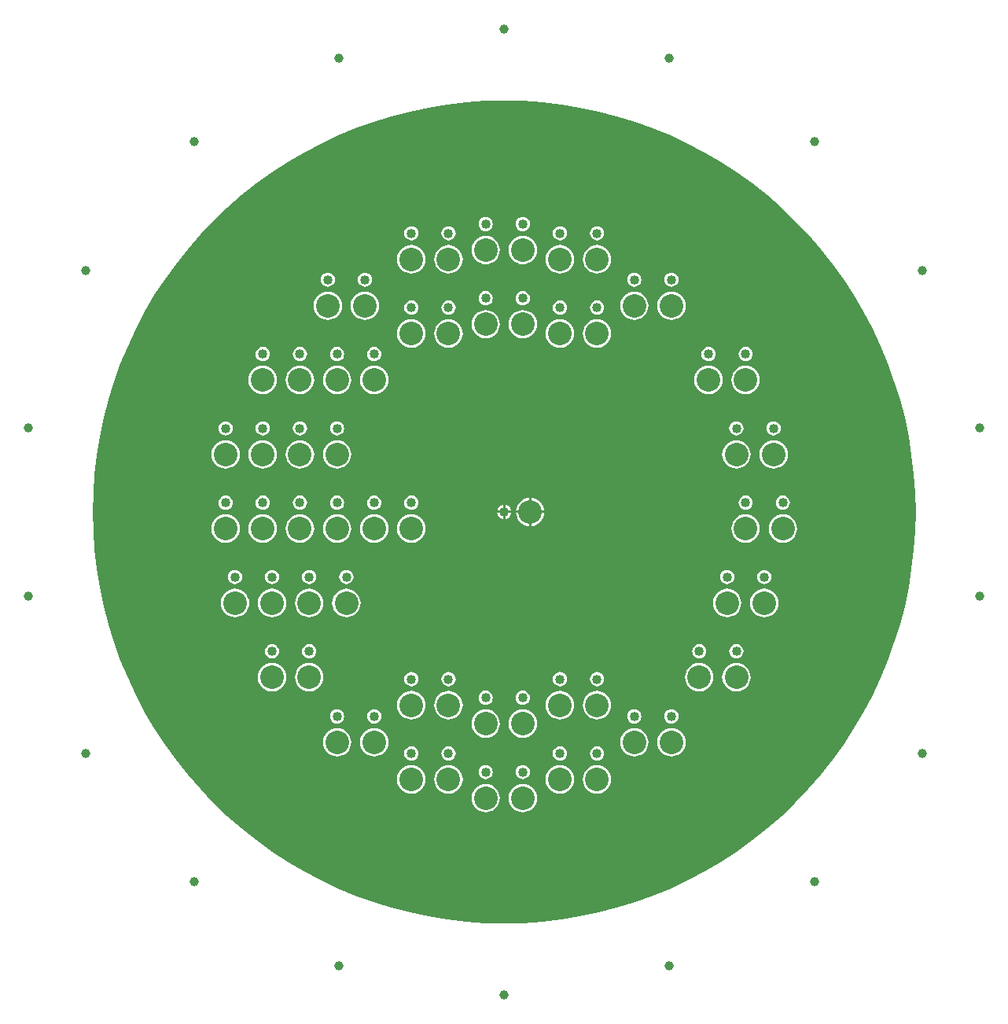
<source format=gbr>
G04 Layer_Physical_Order=1*
G04 Layer_Color=255*
%FSLAX26Y26*%
%MOIN*%
%TF.FileFunction,Copper,L1,Top,Signal*%
%TF.Part,Single*%
G01*
G75*
%TA.AperFunction,WasherPad*%
%ADD10C,0.039370*%
%TA.AperFunction,ComponentPad*%
%ADD11C,0.100000*%
%ADD12C,0.040000*%
G36*
X80547Y1742199D02*
X160922Y1736620D01*
X240953Y1727335D01*
X320470Y1714364D01*
X399303Y1697735D01*
X477285Y1677482D01*
X554247Y1653649D01*
X630027Y1626288D01*
X704462Y1595456D01*
X777394Y1561219D01*
X848668Y1523650D01*
X918129Y1482830D01*
X985632Y1438845D01*
X1051031Y1391790D01*
X1114187Y1341765D01*
X1174966Y1288876D01*
X1233237Y1233237D01*
X1288876Y1174966D01*
X1341765Y1114187D01*
X1391790Y1051031D01*
X1438845Y985632D01*
X1482830Y918129D01*
X1523650Y848668D01*
X1561219Y777395D01*
X1595456Y704463D01*
X1626288Y630027D01*
X1653649Y554247D01*
X1677482Y477285D01*
X1697735Y399304D01*
X1714364Y320470D01*
X1727335Y240953D01*
X1736620Y160922D01*
X1742199Y80547D01*
X1744060Y0D01*
X1742199Y-80547D01*
X1736620Y-160922D01*
X1727335Y-240953D01*
X1714364Y-320470D01*
X1697735Y-399304D01*
X1677482Y-477285D01*
X1653649Y-554247D01*
X1626288Y-630027D01*
X1595456Y-704463D01*
X1561219Y-777395D01*
X1523650Y-848668D01*
X1482830Y-918129D01*
X1438845Y-985632D01*
X1391790Y-1051031D01*
X1341765Y-1114187D01*
X1288876Y-1174966D01*
X1233237Y-1233237D01*
X1174966Y-1288876D01*
X1114187Y-1341765D01*
X1051031Y-1391790D01*
X985632Y-1438845D01*
X918129Y-1482830D01*
X848668Y-1523650D01*
X777394Y-1561219D01*
X704462Y-1595456D01*
X630027Y-1626288D01*
X554247Y-1653649D01*
X477285Y-1677482D01*
X399303Y-1697735D01*
X320470Y-1714364D01*
X240953Y-1727335D01*
X160922Y-1736620D01*
X80547Y-1742199D01*
X-0Y-1744060D01*
X-80547Y-1742199D01*
X-160922Y-1736620D01*
X-240953Y-1727335D01*
X-320470Y-1714364D01*
X-399304Y-1697735D01*
X-477285Y-1677482D01*
X-554247Y-1653649D01*
X-630027Y-1626288D01*
X-704463Y-1595456D01*
X-777395Y-1561219D01*
X-848668Y-1523650D01*
X-918130Y-1482830D01*
X-985632Y-1438845D01*
X-1051031Y-1391790D01*
X-1114188Y-1341765D01*
X-1174966Y-1288876D01*
X-1233237Y-1233237D01*
X-1288876Y-1174966D01*
X-1341765Y-1114187D01*
X-1391790Y-1051031D01*
X-1438845Y-985632D01*
X-1482830Y-918129D01*
X-1523650Y-848668D01*
X-1561219Y-777395D01*
X-1595456Y-704463D01*
X-1626288Y-630027D01*
X-1653649Y-554247D01*
X-1677482Y-477285D01*
X-1697735Y-399304D01*
X-1714364Y-320470D01*
X-1727336Y-240953D01*
X-1736620Y-160922D01*
X-1742199Y-80547D01*
X-1744060Y0D01*
X-1742199Y80547D01*
X-1736620Y160922D01*
X-1727336Y240953D01*
X-1714364Y320470D01*
X-1697735Y399304D01*
X-1677482Y477285D01*
X-1653649Y554247D01*
X-1626288Y630027D01*
X-1595456Y704463D01*
X-1561219Y777395D01*
X-1523650Y848668D01*
X-1482830Y918129D01*
X-1438845Y985632D01*
X-1391790Y1051031D01*
X-1341765Y1114187D01*
X-1288876Y1174966D01*
X-1233237Y1233237D01*
X-1174966Y1288876D01*
X-1114188Y1341765D01*
X-1051031Y1391790D01*
X-985632Y1438845D01*
X-918130Y1482830D01*
X-848668Y1523650D01*
X-777395Y1561219D01*
X-704463Y1595456D01*
X-630027Y1626288D01*
X-554247Y1653649D01*
X-477285Y1677482D01*
X-399304Y1697735D01*
X-320470Y1714364D01*
X-240953Y1727335D01*
X-160922Y1736620D01*
X-80547Y1742199D01*
X-0Y1744060D01*
X80547Y1742199D01*
D02*
G37*
%LPC*%
G36*
X-669292Y-325300D02*
X-681054Y-326458D01*
X-692364Y-329889D01*
X-702788Y-335460D01*
X-711924Y-342958D01*
X-719422Y-352094D01*
X-724993Y-362518D01*
X-728424Y-373828D01*
X-729582Y-385590D01*
X-728424Y-397352D01*
X-724993Y-408662D01*
X-719422Y-419086D01*
X-711924Y-428222D01*
X-702788Y-435720D01*
X-692364Y-441291D01*
X-681054Y-444722D01*
X-669292Y-445880D01*
X-657530Y-444722D01*
X-646220Y-441291D01*
X-635797Y-435720D01*
X-626660Y-428222D01*
X-619162Y-419086D01*
X-613591Y-408662D01*
X-610160Y-397352D01*
X-609002Y-385590D01*
X-610160Y-373828D01*
X-613591Y-362518D01*
X-619162Y-352094D01*
X-626660Y-342958D01*
X-635797Y-335460D01*
X-646220Y-329889D01*
X-657530Y-326458D01*
X-669292Y-325300D01*
D02*
G37*
G36*
X944882D02*
X933120Y-326458D01*
X921810Y-329889D01*
X911386Y-335460D01*
X902250Y-342958D01*
X894752Y-352094D01*
X889181Y-362518D01*
X885750Y-373828D01*
X884592Y-385590D01*
X885750Y-397352D01*
X889181Y-408662D01*
X894752Y-419086D01*
X902250Y-428222D01*
X911386Y-435720D01*
X921810Y-441291D01*
X933120Y-444722D01*
X944882Y-445880D01*
X956644Y-444722D01*
X967954Y-441291D01*
X978378Y-435720D01*
X987514Y-428222D01*
X995012Y-419086D01*
X1000583Y-408662D01*
X1004014Y-397352D01*
X1005172Y-385590D01*
X1004014Y-373828D01*
X1000583Y-362518D01*
X995012Y-352094D01*
X987514Y-342958D01*
X978378Y-335460D01*
X967954Y-329889D01*
X956644Y-326458D01*
X944882Y-325300D01*
D02*
G37*
G36*
X-984252D02*
X-996014Y-326458D01*
X-1007324Y-329889D01*
X-1017747Y-335460D01*
X-1026884Y-342958D01*
X-1034382Y-352094D01*
X-1039953Y-362518D01*
X-1043384Y-373828D01*
X-1044542Y-385590D01*
X-1043384Y-397352D01*
X-1039953Y-408662D01*
X-1034382Y-419086D01*
X-1026884Y-428222D01*
X-1017747Y-435720D01*
X-1007324Y-441291D01*
X-996014Y-444722D01*
X-984252Y-445880D01*
X-972490Y-444722D01*
X-961180Y-441291D01*
X-950756Y-435720D01*
X-941620Y-428222D01*
X-934122Y-419086D01*
X-928551Y-408662D01*
X-925120Y-397352D01*
X-923962Y-385590D01*
X-925120Y-373828D01*
X-928551Y-362518D01*
X-934122Y-352094D01*
X-941620Y-342958D01*
X-950756Y-335460D01*
X-961180Y-329889D01*
X-972490Y-326458D01*
X-984252Y-325300D01*
D02*
G37*
G36*
X-826772D02*
X-838534Y-326458D01*
X-849844Y-329889D01*
X-860268Y-335460D01*
X-869404Y-342958D01*
X-876902Y-352094D01*
X-882473Y-362518D01*
X-885904Y-373828D01*
X-887062Y-385590D01*
X-885904Y-397352D01*
X-882473Y-408662D01*
X-876902Y-419086D01*
X-869404Y-428222D01*
X-860268Y-435720D01*
X-849844Y-441291D01*
X-838534Y-444722D01*
X-826772Y-445880D01*
X-815010Y-444722D01*
X-803700Y-441291D01*
X-793277Y-435720D01*
X-784140Y-428222D01*
X-776642Y-419086D01*
X-771071Y-408662D01*
X-767640Y-397352D01*
X-766482Y-385590D01*
X-767640Y-373828D01*
X-771071Y-362518D01*
X-776642Y-352094D01*
X-784140Y-342958D01*
X-793277Y-335460D01*
X-803700Y-329889D01*
X-815010Y-326458D01*
X-826772Y-325300D01*
D02*
G37*
G36*
X-984252Y-245331D02*
X-992084Y-246362D01*
X-999381Y-249385D01*
X-1005648Y-254194D01*
X-1010457Y-260461D01*
X-1013480Y-267758D01*
X-1014511Y-275590D01*
X-1013480Y-283422D01*
X-1010457Y-290719D01*
X-1005648Y-296986D01*
X-999381Y-301795D01*
X-992084Y-304818D01*
X-984252Y-305849D01*
X-976420Y-304818D01*
X-969123Y-301795D01*
X-962856Y-296986D01*
X-958047Y-290719D01*
X-955024Y-283422D01*
X-953993Y-275590D01*
X-955024Y-267758D01*
X-958047Y-260461D01*
X-962856Y-254194D01*
X-969123Y-249385D01*
X-976420Y-246362D01*
X-984252Y-245331D01*
D02*
G37*
G36*
X-826772D02*
X-834604Y-246362D01*
X-841901Y-249385D01*
X-848168Y-254194D01*
X-852977Y-260461D01*
X-856000Y-267758D01*
X-857031Y-275590D01*
X-856000Y-283422D01*
X-852977Y-290719D01*
X-848168Y-296986D01*
X-841901Y-301795D01*
X-834604Y-304818D01*
X-826772Y-305849D01*
X-818940Y-304818D01*
X-811643Y-301795D01*
X-805376Y-296986D01*
X-800567Y-290719D01*
X-797544Y-283422D01*
X-796513Y-275590D01*
X-797544Y-267758D01*
X-800567Y-260461D01*
X-805376Y-254194D01*
X-811643Y-249385D01*
X-818940Y-246362D01*
X-826772Y-245331D01*
D02*
G37*
G36*
X1102362Y-325300D02*
X1090600Y-326458D01*
X1079290Y-329889D01*
X1068867Y-335460D01*
X1059730Y-342958D01*
X1052232Y-352094D01*
X1046661Y-362518D01*
X1043230Y-373828D01*
X1042072Y-385590D01*
X1043230Y-397352D01*
X1046661Y-408662D01*
X1052232Y-419086D01*
X1059730Y-428222D01*
X1068867Y-435720D01*
X1079290Y-441291D01*
X1090600Y-444722D01*
X1102362Y-445880D01*
X1114124Y-444722D01*
X1125434Y-441291D01*
X1135858Y-435720D01*
X1144994Y-428222D01*
X1152492Y-419086D01*
X1158063Y-408662D01*
X1161494Y-397352D01*
X1162652Y-385590D01*
X1161494Y-373828D01*
X1158063Y-362518D01*
X1152492Y-352094D01*
X1144994Y-342958D01*
X1135858Y-335460D01*
X1125434Y-329889D01*
X1114124Y-326458D01*
X1102362Y-325300D01*
D02*
G37*
G36*
X-1141732Y-245331D02*
X-1149564Y-246362D01*
X-1156861Y-249385D01*
X-1163128Y-254194D01*
X-1167937Y-260461D01*
X-1170960Y-267758D01*
X-1171991Y-275590D01*
X-1170960Y-283422D01*
X-1167937Y-290719D01*
X-1163128Y-296986D01*
X-1156861Y-301795D01*
X-1149564Y-304818D01*
X-1141732Y-305849D01*
X-1133900Y-304818D01*
X-1126603Y-301795D01*
X-1120336Y-296986D01*
X-1115527Y-290719D01*
X-1112504Y-283422D01*
X-1111473Y-275590D01*
X-1112504Y-267758D01*
X-1115527Y-260461D01*
X-1120336Y-254194D01*
X-1126603Y-249385D01*
X-1133900Y-246362D01*
X-1141732Y-245331D01*
D02*
G37*
G36*
X393700Y-678403D02*
X385868Y-679434D01*
X378571Y-682457D01*
X372304Y-687266D01*
X367495Y-693533D01*
X364472Y-700830D01*
X363441Y-708662D01*
X364472Y-716494D01*
X367495Y-723791D01*
X372304Y-730058D01*
X378571Y-734867D01*
X385868Y-737890D01*
X393700Y-738921D01*
X401532Y-737890D01*
X408829Y-734867D01*
X415096Y-730058D01*
X419905Y-723791D01*
X422928Y-716494D01*
X423959Y-708662D01*
X422928Y-700830D01*
X419905Y-693533D01*
X415096Y-687266D01*
X408829Y-682457D01*
X401532Y-679434D01*
X393700Y-678403D01*
D02*
G37*
G36*
X-984252Y-560293D02*
X-992084Y-561324D01*
X-999381Y-564347D01*
X-1005648Y-569156D01*
X-1010457Y-575423D01*
X-1013480Y-582720D01*
X-1014511Y-590552D01*
X-1013480Y-598384D01*
X-1010457Y-605681D01*
X-1005648Y-611948D01*
X-999381Y-616757D01*
X-992084Y-619780D01*
X-984252Y-620811D01*
X-976420Y-619780D01*
X-969123Y-616757D01*
X-962856Y-611948D01*
X-958047Y-605681D01*
X-955024Y-598384D01*
X-953993Y-590552D01*
X-955024Y-582720D01*
X-958047Y-575423D01*
X-962856Y-569156D01*
X-969123Y-564347D01*
X-976420Y-561324D01*
X-984252Y-560293D01*
D02*
G37*
G36*
X-236220Y-678403D02*
X-244052Y-679434D01*
X-251349Y-682457D01*
X-257616Y-687266D01*
X-262425Y-693533D01*
X-265448Y-700830D01*
X-266479Y-708662D01*
X-265448Y-716494D01*
X-262425Y-723791D01*
X-257616Y-730058D01*
X-251349Y-734867D01*
X-244052Y-737890D01*
X-236220Y-738921D01*
X-228388Y-737890D01*
X-221091Y-734867D01*
X-214824Y-730058D01*
X-210015Y-723791D01*
X-206992Y-716494D01*
X-205961Y-708662D01*
X-206992Y-700830D01*
X-210015Y-693533D01*
X-214824Y-687266D01*
X-221091Y-682457D01*
X-228388Y-679434D01*
X-236220Y-678403D01*
D02*
G37*
G36*
X236220D02*
X228388Y-679434D01*
X221091Y-682457D01*
X214824Y-687266D01*
X210015Y-693533D01*
X206992Y-700830D01*
X205961Y-708662D01*
X206992Y-716494D01*
X210015Y-723791D01*
X214824Y-730058D01*
X221091Y-734867D01*
X228388Y-737890D01*
X236220Y-738921D01*
X244052Y-737890D01*
X251349Y-734867D01*
X257616Y-730058D01*
X262425Y-723791D01*
X265448Y-716494D01*
X266479Y-708662D01*
X265448Y-700830D01*
X262425Y-693533D01*
X257616Y-687266D01*
X251349Y-682457D01*
X244052Y-679434D01*
X236220Y-678403D01*
D02*
G37*
G36*
X984252Y-560293D02*
X976420Y-561324D01*
X969123Y-564347D01*
X962856Y-569156D01*
X958047Y-575423D01*
X955024Y-582720D01*
X953993Y-590552D01*
X955024Y-598384D01*
X958047Y-605681D01*
X962856Y-611948D01*
X969123Y-616757D01*
X976420Y-619780D01*
X984252Y-620811D01*
X992084Y-619780D01*
X999381Y-616757D01*
X1005648Y-611948D01*
X1010457Y-605681D01*
X1013480Y-598384D01*
X1014511Y-590552D01*
X1013480Y-582720D01*
X1010457Y-575423D01*
X1005648Y-569156D01*
X999381Y-564347D01*
X992084Y-561324D01*
X984252Y-560293D01*
D02*
G37*
G36*
X-1141732Y-325300D02*
X-1153494Y-326458D01*
X-1164804Y-329889D01*
X-1175227Y-335460D01*
X-1184364Y-342958D01*
X-1191862Y-352094D01*
X-1197433Y-362518D01*
X-1200864Y-373828D01*
X-1202022Y-385590D01*
X-1200864Y-397352D01*
X-1197433Y-408662D01*
X-1191862Y-419086D01*
X-1184364Y-428222D01*
X-1175227Y-435720D01*
X-1164804Y-441291D01*
X-1153494Y-444722D01*
X-1141732Y-445880D01*
X-1129970Y-444722D01*
X-1118660Y-441291D01*
X-1108236Y-435720D01*
X-1099100Y-428222D01*
X-1091602Y-419086D01*
X-1086031Y-408662D01*
X-1082600Y-397352D01*
X-1081442Y-385590D01*
X-1082600Y-373828D01*
X-1086031Y-362518D01*
X-1091602Y-352094D01*
X-1099100Y-342958D01*
X-1108236Y-335460D01*
X-1118660Y-329889D01*
X-1129970Y-326458D01*
X-1141732Y-325300D01*
D02*
G37*
G36*
X-826772Y-560293D02*
X-834604Y-561324D01*
X-841901Y-564347D01*
X-848168Y-569156D01*
X-852977Y-575423D01*
X-856000Y-582720D01*
X-857031Y-590552D01*
X-856000Y-598384D01*
X-852977Y-605681D01*
X-848168Y-611948D01*
X-841901Y-616757D01*
X-834604Y-619780D01*
X-826772Y-620811D01*
X-818940Y-619780D01*
X-811643Y-616757D01*
X-805376Y-611948D01*
X-800567Y-605681D01*
X-797544Y-598384D01*
X-796513Y-590552D01*
X-797544Y-582720D01*
X-800567Y-575423D01*
X-805376Y-569156D01*
X-811643Y-564347D01*
X-818940Y-561324D01*
X-826772Y-560293D01*
D02*
G37*
G36*
X826772D02*
X818940Y-561324D01*
X811643Y-564347D01*
X805376Y-569156D01*
X800567Y-575423D01*
X797544Y-582720D01*
X796513Y-590552D01*
X797544Y-598384D01*
X800567Y-605681D01*
X805376Y-611948D01*
X811643Y-616757D01*
X818940Y-619780D01*
X826772Y-620811D01*
X834604Y-619780D01*
X841901Y-616757D01*
X848168Y-611948D01*
X852977Y-605681D01*
X856000Y-598384D01*
X857031Y-590552D01*
X856000Y-582720D01*
X852977Y-575423D01*
X848168Y-569156D01*
X841901Y-564347D01*
X834604Y-561324D01*
X826772Y-560293D01*
D02*
G37*
G36*
X1181102Y-10340D02*
X1169340Y-11498D01*
X1158030Y-14929D01*
X1147607Y-20500D01*
X1138470Y-27998D01*
X1130972Y-37135D01*
X1125401Y-47558D01*
X1121970Y-58868D01*
X1120812Y-70630D01*
X1121970Y-82392D01*
X1125401Y-93702D01*
X1130972Y-104126D01*
X1138470Y-113262D01*
X1147607Y-120760D01*
X1158030Y-126331D01*
X1169340Y-129762D01*
X1181102Y-130920D01*
X1192864Y-129762D01*
X1204174Y-126331D01*
X1214598Y-120760D01*
X1223734Y-113262D01*
X1231232Y-104126D01*
X1236803Y-93702D01*
X1240234Y-82392D01*
X1241392Y-70630D01*
X1240234Y-58868D01*
X1236803Y-47558D01*
X1231232Y-37135D01*
X1223734Y-27998D01*
X1214598Y-20500D01*
X1204174Y-14929D01*
X1192864Y-11498D01*
X1181102Y-10340D01*
D02*
G37*
G36*
X105000Y-5000D02*
X50202D01*
X50868Y-11762D01*
X54299Y-23072D01*
X59870Y-33495D01*
X67368Y-42632D01*
X76504Y-50130D01*
X86928Y-55701D01*
X98238Y-59132D01*
X105000Y-59798D01*
Y-5000D01*
D02*
G37*
G36*
X-393700Y-10340D02*
X-405462Y-11498D01*
X-416772Y-14929D01*
X-427195Y-20500D01*
X-436332Y-27998D01*
X-443830Y-37135D01*
X-449401Y-47558D01*
X-452832Y-58868D01*
X-453990Y-70630D01*
X-452832Y-82392D01*
X-449401Y-93702D01*
X-443830Y-104126D01*
X-436332Y-113262D01*
X-427195Y-120760D01*
X-416772Y-126331D01*
X-405462Y-129762D01*
X-393700Y-130920D01*
X-381938Y-129762D01*
X-370628Y-126331D01*
X-360204Y-120760D01*
X-351068Y-113262D01*
X-343570Y-104126D01*
X-337999Y-93702D01*
X-334568Y-82392D01*
X-333410Y-70630D01*
X-334568Y-58868D01*
X-337999Y-47558D01*
X-343570Y-37135D01*
X-351068Y-27998D01*
X-360204Y-20500D01*
X-370628Y-14929D01*
X-381938Y-11498D01*
X-393700Y-10340D01*
D02*
G37*
G36*
X1023622D02*
X1011860Y-11498D01*
X1000550Y-14929D01*
X990126Y-20500D01*
X980990Y-27998D01*
X973492Y-37135D01*
X967921Y-47558D01*
X964490Y-58868D01*
X963332Y-70630D01*
X964490Y-82392D01*
X967921Y-93702D01*
X973492Y-104126D01*
X980990Y-113262D01*
X990126Y-120760D01*
X1000550Y-126331D01*
X1011860Y-129762D01*
X1023622Y-130920D01*
X1035384Y-129762D01*
X1046694Y-126331D01*
X1057118Y-120760D01*
X1066254Y-113262D01*
X1073752Y-104126D01*
X1079323Y-93702D01*
X1082754Y-82392D01*
X1083912Y-70630D01*
X1082754Y-58868D01*
X1079323Y-47558D01*
X1073752Y-37135D01*
X1066254Y-27998D01*
X1057118Y-20500D01*
X1046694Y-14929D01*
X1035384Y-11498D01*
X1023622Y-10340D01*
D02*
G37*
G36*
X29601Y-5000D02*
X5000D01*
Y-29601D01*
X7832Y-29228D01*
X15129Y-26205D01*
X21396Y-21396D01*
X26205Y-15129D01*
X29228Y-7832D01*
X29601Y-5000D01*
D02*
G37*
G36*
X105000Y59798D02*
X98238Y59132D01*
X86928Y55701D01*
X76504Y50130D01*
X67368Y42632D01*
X59870Y33495D01*
X54299Y23072D01*
X50868Y11762D01*
X50202Y5000D01*
X105000D01*
Y59798D01*
D02*
G37*
G36*
X169798Y-5000D02*
X115000D01*
Y-59798D01*
X121762Y-59132D01*
X133072Y-55701D01*
X143495Y-50130D01*
X152632Y-42632D01*
X160130Y-33495D01*
X165701Y-23072D01*
X169132Y-11762D01*
X169798Y-5000D01*
D02*
G37*
G36*
X-5000D02*
X-29601D01*
X-29228Y-7832D01*
X-26205Y-15129D01*
X-21396Y-21396D01*
X-15129Y-26205D01*
X-7832Y-29228D01*
X-5000Y-29601D01*
Y-5000D01*
D02*
G37*
G36*
X1102362Y-245331D02*
X1094530Y-246362D01*
X1087233Y-249385D01*
X1080966Y-254194D01*
X1076157Y-260461D01*
X1073134Y-267758D01*
X1072103Y-275590D01*
X1073134Y-283422D01*
X1076157Y-290719D01*
X1080966Y-296986D01*
X1087233Y-301795D01*
X1094530Y-304818D01*
X1102362Y-305849D01*
X1110194Y-304818D01*
X1117491Y-301795D01*
X1123758Y-296986D01*
X1128567Y-290719D01*
X1131590Y-283422D01*
X1132621Y-275590D01*
X1131590Y-267758D01*
X1128567Y-260461D01*
X1123758Y-254194D01*
X1117491Y-249385D01*
X1110194Y-246362D01*
X1102362Y-245331D01*
D02*
G37*
G36*
X-1181102Y-10340D02*
X-1192864Y-11498D01*
X-1204174Y-14929D01*
X-1214598Y-20500D01*
X-1223734Y-27998D01*
X-1231232Y-37135D01*
X-1236803Y-47558D01*
X-1240234Y-58868D01*
X-1241392Y-70630D01*
X-1240234Y-82392D01*
X-1236803Y-93702D01*
X-1231232Y-104126D01*
X-1223734Y-113262D01*
X-1214598Y-120760D01*
X-1204174Y-126331D01*
X-1192864Y-129762D01*
X-1181102Y-130920D01*
X-1169340Y-129762D01*
X-1158030Y-126331D01*
X-1147607Y-120760D01*
X-1138470Y-113262D01*
X-1130972Y-104126D01*
X-1125401Y-93702D01*
X-1121970Y-82392D01*
X-1120812Y-70630D01*
X-1121970Y-58868D01*
X-1125401Y-47558D01*
X-1130972Y-37135D01*
X-1138470Y-27998D01*
X-1147607Y-20500D01*
X-1158030Y-14929D01*
X-1169340Y-11498D01*
X-1181102Y-10340D01*
D02*
G37*
G36*
X-669292Y-245331D02*
X-677124Y-246362D01*
X-684421Y-249385D01*
X-690688Y-254194D01*
X-695497Y-260461D01*
X-698520Y-267758D01*
X-699551Y-275590D01*
X-698520Y-283422D01*
X-695497Y-290719D01*
X-690688Y-296986D01*
X-684421Y-301795D01*
X-677124Y-304818D01*
X-669292Y-305849D01*
X-661460Y-304818D01*
X-654163Y-301795D01*
X-647896Y-296986D01*
X-643087Y-290719D01*
X-640064Y-283422D01*
X-639033Y-275590D01*
X-640064Y-267758D01*
X-643087Y-260461D01*
X-647896Y-254194D01*
X-654163Y-249385D01*
X-661460Y-246362D01*
X-669292Y-245331D01*
D02*
G37*
G36*
X944882D02*
X937050Y-246362D01*
X929753Y-249385D01*
X923486Y-254194D01*
X918677Y-260461D01*
X915654Y-267758D01*
X914623Y-275590D01*
X915654Y-283422D01*
X918677Y-290719D01*
X923486Y-296986D01*
X929753Y-301795D01*
X937050Y-304818D01*
X944882Y-305849D01*
X952714Y-304818D01*
X960011Y-301795D01*
X966278Y-296986D01*
X971087Y-290719D01*
X974110Y-283422D01*
X975141Y-275590D01*
X974110Y-267758D01*
X971087Y-260461D01*
X966278Y-254194D01*
X960011Y-249385D01*
X952714Y-246362D01*
X944882Y-245331D01*
D02*
G37*
G36*
X-708662Y-10340D02*
X-720424Y-11498D01*
X-731734Y-14929D01*
X-742158Y-20500D01*
X-751294Y-27998D01*
X-758792Y-37135D01*
X-764363Y-47558D01*
X-767794Y-58868D01*
X-768952Y-70630D01*
X-767794Y-82392D01*
X-764363Y-93702D01*
X-758792Y-104126D01*
X-751294Y-113262D01*
X-742158Y-120760D01*
X-731734Y-126331D01*
X-720424Y-129762D01*
X-708662Y-130920D01*
X-696900Y-129762D01*
X-685590Y-126331D01*
X-675167Y-120760D01*
X-666030Y-113262D01*
X-658532Y-104126D01*
X-652961Y-93702D01*
X-649530Y-82392D01*
X-648372Y-70630D01*
X-649530Y-58868D01*
X-652961Y-47558D01*
X-658532Y-37135D01*
X-666030Y-27998D01*
X-675167Y-20500D01*
X-685590Y-14929D01*
X-696900Y-11498D01*
X-708662Y-10340D01*
D02*
G37*
G36*
X-551182D02*
X-562944Y-11498D01*
X-574254Y-14929D01*
X-584678Y-20500D01*
X-593814Y-27998D01*
X-601312Y-37135D01*
X-606883Y-47558D01*
X-610314Y-58868D01*
X-611472Y-70630D01*
X-610314Y-82392D01*
X-606883Y-93702D01*
X-601312Y-104126D01*
X-593814Y-113262D01*
X-584678Y-120760D01*
X-574254Y-126331D01*
X-562944Y-129762D01*
X-551182Y-130920D01*
X-539420Y-129762D01*
X-528110Y-126331D01*
X-517687Y-120760D01*
X-508550Y-113262D01*
X-501052Y-104126D01*
X-495481Y-93702D01*
X-492050Y-82392D01*
X-490892Y-70630D01*
X-492050Y-58868D01*
X-495481Y-47558D01*
X-501052Y-37135D01*
X-508550Y-27998D01*
X-517687Y-20500D01*
X-528110Y-14929D01*
X-539420Y-11498D01*
X-551182Y-10340D01*
D02*
G37*
G36*
X-1023622D02*
X-1035384Y-11498D01*
X-1046694Y-14929D01*
X-1057118Y-20500D01*
X-1066254Y-27998D01*
X-1073752Y-37135D01*
X-1079323Y-47558D01*
X-1082754Y-58868D01*
X-1083912Y-70630D01*
X-1082754Y-82392D01*
X-1079323Y-93702D01*
X-1073752Y-104126D01*
X-1066254Y-113262D01*
X-1057118Y-120760D01*
X-1046694Y-126331D01*
X-1035384Y-129762D01*
X-1023622Y-130920D01*
X-1011860Y-129762D01*
X-1000550Y-126331D01*
X-990126Y-120760D01*
X-980990Y-113262D01*
X-973492Y-104126D01*
X-967921Y-93702D01*
X-964490Y-82392D01*
X-963332Y-70630D01*
X-964490Y-58868D01*
X-967921Y-47558D01*
X-973492Y-37135D01*
X-980990Y-27998D01*
X-990126Y-20500D01*
X-1000550Y-14929D01*
X-1011860Y-11498D01*
X-1023622Y-10340D01*
D02*
G37*
G36*
X-866142D02*
X-877904Y-11498D01*
X-889214Y-14929D01*
X-899638Y-20500D01*
X-908774Y-27998D01*
X-916272Y-37135D01*
X-921843Y-47558D01*
X-925274Y-58868D01*
X-926432Y-70630D01*
X-925274Y-82392D01*
X-921843Y-93702D01*
X-916272Y-104126D01*
X-908774Y-113262D01*
X-899638Y-120760D01*
X-889214Y-126331D01*
X-877904Y-129762D01*
X-866142Y-130920D01*
X-854380Y-129762D01*
X-843070Y-126331D01*
X-832646Y-120760D01*
X-823510Y-113262D01*
X-816012Y-104126D01*
X-810441Y-93702D01*
X-807010Y-82392D01*
X-805852Y-70630D01*
X-807010Y-58868D01*
X-810441Y-47558D01*
X-816012Y-37135D01*
X-823510Y-27998D01*
X-832646Y-20500D01*
X-843070Y-14929D01*
X-854380Y-11498D01*
X-866142Y-10340D01*
D02*
G37*
G36*
X-393700Y-678403D02*
X-401532Y-679434D01*
X-408829Y-682457D01*
X-415096Y-687266D01*
X-419905Y-693533D01*
X-422928Y-700830D01*
X-423959Y-708662D01*
X-422928Y-716494D01*
X-419905Y-723791D01*
X-415096Y-730058D01*
X-408829Y-734867D01*
X-401532Y-737890D01*
X-393700Y-738921D01*
X-385868Y-737890D01*
X-378571Y-734867D01*
X-372304Y-730058D01*
X-367495Y-723791D01*
X-364472Y-716494D01*
X-363441Y-708662D01*
X-364472Y-700830D01*
X-367495Y-693533D01*
X-372304Y-687266D01*
X-378571Y-682457D01*
X-385868Y-679434D01*
X-393700Y-678403D01*
D02*
G37*
G36*
X236220Y-993363D02*
X228388Y-994394D01*
X221091Y-997417D01*
X214824Y-1002226D01*
X210015Y-1008493D01*
X206992Y-1015790D01*
X205961Y-1023622D01*
X206992Y-1031454D01*
X210015Y-1038751D01*
X214824Y-1045018D01*
X221091Y-1049827D01*
X228388Y-1052850D01*
X236220Y-1053881D01*
X244052Y-1052850D01*
X251349Y-1049827D01*
X257616Y-1045018D01*
X262425Y-1038751D01*
X265448Y-1031454D01*
X266479Y-1023622D01*
X265448Y-1015790D01*
X262425Y-1008493D01*
X257616Y-1002226D01*
X251349Y-997417D01*
X244052Y-994394D01*
X236220Y-993363D01*
D02*
G37*
G36*
X393700D02*
X385868Y-994394D01*
X378571Y-997417D01*
X372304Y-1002226D01*
X367495Y-1008493D01*
X364472Y-1015790D01*
X363441Y-1023622D01*
X364472Y-1031454D01*
X367495Y-1038751D01*
X372304Y-1045018D01*
X378571Y-1049827D01*
X385868Y-1052850D01*
X393700Y-1053881D01*
X401532Y-1052850D01*
X408829Y-1049827D01*
X415096Y-1045018D01*
X419905Y-1038751D01*
X422928Y-1031454D01*
X423959Y-1023622D01*
X422928Y-1015790D01*
X419905Y-1008493D01*
X415096Y-1002226D01*
X408829Y-997417D01*
X401532Y-994394D01*
X393700Y-993363D01*
D02*
G37*
G36*
X-393700D02*
X-401532Y-994394D01*
X-408829Y-997417D01*
X-415096Y-1002226D01*
X-419905Y-1008493D01*
X-422928Y-1015790D01*
X-423959Y-1023622D01*
X-422928Y-1031454D01*
X-419905Y-1038751D01*
X-415096Y-1045018D01*
X-408829Y-1049827D01*
X-401532Y-1052850D01*
X-393700Y-1053881D01*
X-385868Y-1052850D01*
X-378571Y-1049827D01*
X-372304Y-1045018D01*
X-367495Y-1038751D01*
X-364472Y-1031454D01*
X-363441Y-1023622D01*
X-364472Y-1015790D01*
X-367495Y-1008493D01*
X-372304Y-1002226D01*
X-378571Y-997417D01*
X-385868Y-994394D01*
X-393700Y-993363D01*
D02*
G37*
G36*
X-236220D02*
X-244052Y-994394D01*
X-251349Y-997417D01*
X-257616Y-1002226D01*
X-262425Y-1008493D01*
X-265448Y-1015790D01*
X-266479Y-1023622D01*
X-265448Y-1031454D01*
X-262425Y-1038751D01*
X-257616Y-1045018D01*
X-251349Y-1049827D01*
X-244052Y-1052850D01*
X-236220Y-1053881D01*
X-228388Y-1052850D01*
X-221091Y-1049827D01*
X-214824Y-1045018D01*
X-210015Y-1038751D01*
X-206992Y-1031454D01*
X-205961Y-1023622D01*
X-206992Y-1015790D01*
X-210015Y-1008493D01*
X-214824Y-1002226D01*
X-221091Y-997417D01*
X-228388Y-994394D01*
X-236220Y-993363D01*
D02*
G37*
G36*
X551182Y-915852D02*
X539420Y-917010D01*
X528110Y-920441D01*
X517687Y-926012D01*
X508550Y-933510D01*
X501052Y-942646D01*
X495481Y-953070D01*
X492050Y-964380D01*
X490892Y-976142D01*
X492050Y-987904D01*
X495481Y-999214D01*
X501052Y-1009638D01*
X508550Y-1018774D01*
X517687Y-1026272D01*
X528110Y-1031843D01*
X539420Y-1035274D01*
X551182Y-1036432D01*
X562944Y-1035274D01*
X574254Y-1031843D01*
X584678Y-1026272D01*
X593814Y-1018774D01*
X601312Y-1009638D01*
X606883Y-999214D01*
X610314Y-987904D01*
X611472Y-976142D01*
X610314Y-964380D01*
X606883Y-953070D01*
X601312Y-942646D01*
X593814Y-933510D01*
X584678Y-926012D01*
X574254Y-920441D01*
X562944Y-917010D01*
X551182Y-915852D01*
D02*
G37*
G36*
X708662D02*
X696900Y-917010D01*
X685590Y-920441D01*
X675167Y-926012D01*
X666030Y-933510D01*
X658532Y-942646D01*
X652961Y-953070D01*
X649530Y-964380D01*
X648372Y-976142D01*
X649530Y-987904D01*
X652961Y-999214D01*
X658532Y-1009638D01*
X666030Y-1018774D01*
X675167Y-1026272D01*
X685590Y-1031843D01*
X696900Y-1035274D01*
X708662Y-1036432D01*
X720424Y-1035274D01*
X731734Y-1031843D01*
X742158Y-1026272D01*
X751294Y-1018774D01*
X758792Y-1009638D01*
X764363Y-999214D01*
X767794Y-987904D01*
X768952Y-976142D01*
X767794Y-964380D01*
X764363Y-953070D01*
X758792Y-942646D01*
X751294Y-933510D01*
X742158Y-926012D01*
X731734Y-920441D01*
X720424Y-917010D01*
X708662Y-915852D01*
D02*
G37*
G36*
X-708662D02*
X-720424Y-917010D01*
X-731734Y-920441D01*
X-742158Y-926012D01*
X-751294Y-933510D01*
X-758792Y-942646D01*
X-764363Y-953070D01*
X-767794Y-964380D01*
X-768952Y-976142D01*
X-767794Y-987904D01*
X-764363Y-999214D01*
X-758792Y-1009638D01*
X-751294Y-1018774D01*
X-742158Y-1026272D01*
X-731734Y-1031843D01*
X-720424Y-1035274D01*
X-708662Y-1036432D01*
X-696900Y-1035274D01*
X-685590Y-1031843D01*
X-675167Y-1026272D01*
X-666030Y-1018774D01*
X-658532Y-1009638D01*
X-652961Y-999214D01*
X-649530Y-987904D01*
X-648372Y-976142D01*
X-649530Y-964380D01*
X-652961Y-953070D01*
X-658532Y-942646D01*
X-666030Y-933510D01*
X-675167Y-926012D01*
X-685590Y-920441D01*
X-696900Y-917010D01*
X-708662Y-915852D01*
D02*
G37*
G36*
X-551182D02*
X-562944Y-917010D01*
X-574254Y-920441D01*
X-584678Y-926012D01*
X-593814Y-933510D01*
X-601312Y-942646D01*
X-606883Y-953070D01*
X-610314Y-964380D01*
X-611472Y-976142D01*
X-610314Y-987904D01*
X-606883Y-999214D01*
X-601312Y-1009638D01*
X-593814Y-1018774D01*
X-584678Y-1026272D01*
X-574254Y-1031843D01*
X-562944Y-1035274D01*
X-551182Y-1036432D01*
X-539420Y-1035274D01*
X-528110Y-1031843D01*
X-517687Y-1026272D01*
X-508550Y-1018774D01*
X-501052Y-1009638D01*
X-495481Y-999214D01*
X-492050Y-987904D01*
X-490892Y-976142D01*
X-492050Y-964380D01*
X-495481Y-953070D01*
X-501052Y-942646D01*
X-508550Y-933510D01*
X-517687Y-926012D01*
X-528110Y-920441D01*
X-539420Y-917010D01*
X-551182Y-915852D01*
D02*
G37*
G36*
X-393700Y-1073332D02*
X-405462Y-1074490D01*
X-416772Y-1077921D01*
X-427195Y-1083492D01*
X-436332Y-1090990D01*
X-443830Y-1100127D01*
X-449401Y-1110550D01*
X-452832Y-1121860D01*
X-453990Y-1133622D01*
X-452832Y-1145384D01*
X-449401Y-1156694D01*
X-443830Y-1167118D01*
X-436332Y-1176254D01*
X-427195Y-1183752D01*
X-416772Y-1189323D01*
X-405462Y-1192754D01*
X-393700Y-1193912D01*
X-381938Y-1192754D01*
X-370628Y-1189323D01*
X-360204Y-1183752D01*
X-351068Y-1176254D01*
X-343570Y-1167118D01*
X-337999Y-1156694D01*
X-334568Y-1145384D01*
X-333410Y-1133622D01*
X-334568Y-1121860D01*
X-337999Y-1110550D01*
X-343570Y-1100127D01*
X-351068Y-1090990D01*
X-360204Y-1083492D01*
X-370628Y-1077921D01*
X-381938Y-1074490D01*
X-393700Y-1073332D01*
D02*
G37*
G36*
X-236220D02*
X-247982Y-1074490D01*
X-259292Y-1077921D01*
X-269716Y-1083492D01*
X-278852Y-1090990D01*
X-286350Y-1100127D01*
X-291921Y-1110550D01*
X-295352Y-1121860D01*
X-296510Y-1133622D01*
X-295352Y-1145384D01*
X-291921Y-1156694D01*
X-286350Y-1167118D01*
X-278852Y-1176254D01*
X-269716Y-1183752D01*
X-259292Y-1189323D01*
X-247982Y-1192754D01*
X-236220Y-1193912D01*
X-224458Y-1192754D01*
X-213148Y-1189323D01*
X-202725Y-1183752D01*
X-193588Y-1176254D01*
X-186090Y-1167118D01*
X-180519Y-1156694D01*
X-177088Y-1145384D01*
X-175930Y-1133622D01*
X-177088Y-1121860D01*
X-180519Y-1110550D01*
X-186090Y-1100127D01*
X-193588Y-1090990D01*
X-202725Y-1083492D01*
X-213148Y-1077921D01*
X-224458Y-1074490D01*
X-236220Y-1073332D01*
D02*
G37*
G36*
X-78740Y-1152072D02*
X-90502Y-1153230D01*
X-101812Y-1156661D01*
X-112236Y-1162232D01*
X-121372Y-1169730D01*
X-128870Y-1178867D01*
X-134441Y-1189290D01*
X-137872Y-1200600D01*
X-139030Y-1212362D01*
X-137872Y-1224124D01*
X-134441Y-1235434D01*
X-128870Y-1245858D01*
X-121372Y-1254994D01*
X-112236Y-1262492D01*
X-101812Y-1268063D01*
X-90502Y-1271494D01*
X-78740Y-1272652D01*
X-66978Y-1271494D01*
X-55668Y-1268063D01*
X-45245Y-1262492D01*
X-36108Y-1254994D01*
X-28610Y-1245858D01*
X-23039Y-1235434D01*
X-19608Y-1224124D01*
X-18450Y-1212362D01*
X-19608Y-1200600D01*
X-23039Y-1189290D01*
X-28610Y-1178867D01*
X-36108Y-1169730D01*
X-45245Y-1162232D01*
X-55668Y-1156661D01*
X-66978Y-1153230D01*
X-78740Y-1152072D01*
D02*
G37*
G36*
X78740D02*
X66978Y-1153230D01*
X55668Y-1156661D01*
X45245Y-1162232D01*
X36108Y-1169730D01*
X28610Y-1178867D01*
X23039Y-1189290D01*
X19608Y-1200600D01*
X18450Y-1212362D01*
X19608Y-1224124D01*
X23039Y-1235434D01*
X28610Y-1245858D01*
X36108Y-1254994D01*
X45245Y-1262492D01*
X55668Y-1268063D01*
X66978Y-1271494D01*
X78740Y-1272652D01*
X90502Y-1271494D01*
X101812Y-1268063D01*
X112236Y-1262492D01*
X121372Y-1254994D01*
X128870Y-1245858D01*
X134441Y-1235434D01*
X137872Y-1224124D01*
X139030Y-1212362D01*
X137872Y-1200600D01*
X134441Y-1189290D01*
X128870Y-1178867D01*
X121372Y-1169730D01*
X112236Y-1162232D01*
X101812Y-1156661D01*
X90502Y-1153230D01*
X78740Y-1152072D01*
D02*
G37*
G36*
X-78740Y-1072103D02*
X-86572Y-1073134D01*
X-93869Y-1076157D01*
X-100136Y-1080966D01*
X-104945Y-1087233D01*
X-107968Y-1094530D01*
X-108999Y-1102362D01*
X-107968Y-1110194D01*
X-104945Y-1117491D01*
X-100136Y-1123758D01*
X-93869Y-1128567D01*
X-86572Y-1131590D01*
X-78740Y-1132621D01*
X-70908Y-1131590D01*
X-63611Y-1128567D01*
X-57344Y-1123758D01*
X-52535Y-1117491D01*
X-49512Y-1110194D01*
X-48481Y-1102362D01*
X-49512Y-1094530D01*
X-52535Y-1087233D01*
X-57344Y-1080966D01*
X-63611Y-1076157D01*
X-70908Y-1073134D01*
X-78740Y-1072103D01*
D02*
G37*
G36*
X78740D02*
X70908Y-1073134D01*
X63611Y-1076157D01*
X57344Y-1080966D01*
X52535Y-1087233D01*
X49512Y-1094530D01*
X48481Y-1102362D01*
X49512Y-1110194D01*
X52535Y-1117491D01*
X57344Y-1123758D01*
X63611Y-1128567D01*
X70908Y-1131590D01*
X78740Y-1132621D01*
X86572Y-1131590D01*
X93869Y-1128567D01*
X100136Y-1123758D01*
X104945Y-1117491D01*
X107968Y-1110194D01*
X108999Y-1102362D01*
X107968Y-1094530D01*
X104945Y-1087233D01*
X100136Y-1080966D01*
X93869Y-1076157D01*
X86572Y-1073134D01*
X78740Y-1072103D01*
D02*
G37*
G36*
X236220Y-1073332D02*
X224458Y-1074490D01*
X213148Y-1077921D01*
X202725Y-1083492D01*
X193588Y-1090990D01*
X186090Y-1100127D01*
X180519Y-1110550D01*
X177088Y-1121860D01*
X175930Y-1133622D01*
X177088Y-1145384D01*
X180519Y-1156694D01*
X186090Y-1167118D01*
X193588Y-1176254D01*
X202725Y-1183752D01*
X213148Y-1189323D01*
X224458Y-1192754D01*
X236220Y-1193912D01*
X247982Y-1192754D01*
X259292Y-1189323D01*
X269716Y-1183752D01*
X278852Y-1176254D01*
X286350Y-1167118D01*
X291921Y-1156694D01*
X295352Y-1145384D01*
X296510Y-1133622D01*
X295352Y-1121860D01*
X291921Y-1110550D01*
X286350Y-1100127D01*
X278852Y-1090990D01*
X269716Y-1083492D01*
X259292Y-1077921D01*
X247982Y-1074490D01*
X236220Y-1073332D01*
D02*
G37*
G36*
X393700D02*
X381938Y-1074490D01*
X370628Y-1077921D01*
X360204Y-1083492D01*
X351068Y-1090990D01*
X343570Y-1100127D01*
X337999Y-1110550D01*
X334568Y-1121860D01*
X333410Y-1133622D01*
X334568Y-1145384D01*
X337999Y-1156694D01*
X343570Y-1167118D01*
X351068Y-1176254D01*
X360204Y-1183752D01*
X370628Y-1189323D01*
X381938Y-1192754D01*
X393700Y-1193912D01*
X405462Y-1192754D01*
X416772Y-1189323D01*
X427195Y-1183752D01*
X436332Y-1176254D01*
X443830Y-1167118D01*
X449401Y-1156694D01*
X452832Y-1145384D01*
X453990Y-1133622D01*
X452832Y-1121860D01*
X449401Y-1110550D01*
X443830Y-1100127D01*
X436332Y-1090990D01*
X427195Y-1083492D01*
X416772Y-1077921D01*
X405462Y-1074490D01*
X393700Y-1073332D01*
D02*
G37*
G36*
X-78740Y-757143D02*
X-86572Y-758174D01*
X-93869Y-761197D01*
X-100136Y-766006D01*
X-104945Y-772273D01*
X-107968Y-779570D01*
X-108999Y-787402D01*
X-107968Y-795234D01*
X-104945Y-802531D01*
X-100136Y-808798D01*
X-93869Y-813607D01*
X-86572Y-816630D01*
X-78740Y-817661D01*
X-70908Y-816630D01*
X-63611Y-813607D01*
X-57344Y-808798D01*
X-52535Y-802531D01*
X-49512Y-795234D01*
X-48481Y-787402D01*
X-49512Y-779570D01*
X-52535Y-772273D01*
X-57344Y-766006D01*
X-63611Y-761197D01*
X-70908Y-758174D01*
X-78740Y-757143D01*
D02*
G37*
G36*
X78740D02*
X70908Y-758174D01*
X63611Y-761197D01*
X57344Y-766006D01*
X52535Y-772273D01*
X49512Y-779570D01*
X48481Y-787402D01*
X49512Y-795234D01*
X52535Y-802531D01*
X57344Y-808798D01*
X63611Y-813607D01*
X70908Y-816630D01*
X78740Y-817661D01*
X86572Y-816630D01*
X93869Y-813607D01*
X100136Y-808798D01*
X104945Y-802531D01*
X107968Y-795234D01*
X108999Y-787402D01*
X107968Y-779570D01*
X104945Y-772273D01*
X100136Y-766006D01*
X93869Y-761197D01*
X86572Y-758174D01*
X78740Y-757143D01*
D02*
G37*
G36*
X236220Y-758372D02*
X224458Y-759530D01*
X213148Y-762961D01*
X202725Y-768532D01*
X193588Y-776030D01*
X186090Y-785167D01*
X180519Y-795590D01*
X177088Y-806900D01*
X175930Y-818662D01*
X177088Y-830424D01*
X180519Y-841734D01*
X186090Y-852158D01*
X193588Y-861294D01*
X202725Y-868792D01*
X213148Y-874363D01*
X224458Y-877794D01*
X236220Y-878952D01*
X247982Y-877794D01*
X259292Y-874363D01*
X269716Y-868792D01*
X278852Y-861294D01*
X286350Y-852158D01*
X291921Y-841734D01*
X295352Y-830424D01*
X296510Y-818662D01*
X295352Y-806900D01*
X291921Y-795590D01*
X286350Y-785167D01*
X278852Y-776030D01*
X269716Y-768532D01*
X259292Y-762961D01*
X247982Y-759530D01*
X236220Y-758372D01*
D02*
G37*
G36*
X393700D02*
X381938Y-759530D01*
X370628Y-762961D01*
X360204Y-768532D01*
X351068Y-776030D01*
X343570Y-785167D01*
X337999Y-795590D01*
X334568Y-806900D01*
X333410Y-818662D01*
X334568Y-830424D01*
X337999Y-841734D01*
X343570Y-852158D01*
X351068Y-861294D01*
X360204Y-868792D01*
X370628Y-874363D01*
X381938Y-877794D01*
X393700Y-878952D01*
X405462Y-877794D01*
X416772Y-874363D01*
X427195Y-868792D01*
X436332Y-861294D01*
X443830Y-852158D01*
X449401Y-841734D01*
X452832Y-830424D01*
X453990Y-818662D01*
X452832Y-806900D01*
X449401Y-795590D01*
X443830Y-785167D01*
X436332Y-776030D01*
X427195Y-768532D01*
X416772Y-762961D01*
X405462Y-759530D01*
X393700Y-758372D01*
D02*
G37*
G36*
X826772Y-640262D02*
X815010Y-641420D01*
X803700Y-644851D01*
X793277Y-650422D01*
X784140Y-657920D01*
X776642Y-667057D01*
X771071Y-677480D01*
X767640Y-688790D01*
X766482Y-700552D01*
X767640Y-712314D01*
X771071Y-723624D01*
X776642Y-734048D01*
X784140Y-743184D01*
X793277Y-750682D01*
X803700Y-756253D01*
X815010Y-759684D01*
X826772Y-760842D01*
X838534Y-759684D01*
X849844Y-756253D01*
X860268Y-750682D01*
X869404Y-743184D01*
X876902Y-734048D01*
X882473Y-723624D01*
X885904Y-712314D01*
X887062Y-700552D01*
X885904Y-688790D01*
X882473Y-677480D01*
X876902Y-667057D01*
X869404Y-657920D01*
X860268Y-650422D01*
X849844Y-644851D01*
X838534Y-641420D01*
X826772Y-640262D01*
D02*
G37*
G36*
X984252D02*
X972490Y-641420D01*
X961180Y-644851D01*
X950756Y-650422D01*
X941620Y-657920D01*
X934122Y-667057D01*
X928551Y-677480D01*
X925120Y-688790D01*
X923962Y-700552D01*
X925120Y-712314D01*
X928551Y-723624D01*
X934122Y-734048D01*
X941620Y-743184D01*
X950756Y-750682D01*
X961180Y-756253D01*
X972490Y-759684D01*
X984252Y-760842D01*
X996014Y-759684D01*
X1007324Y-756253D01*
X1017747Y-750682D01*
X1026884Y-743184D01*
X1034382Y-734048D01*
X1039953Y-723624D01*
X1043384Y-712314D01*
X1044542Y-700552D01*
X1043384Y-688790D01*
X1039953Y-677480D01*
X1034382Y-667057D01*
X1026884Y-657920D01*
X1017747Y-650422D01*
X1007324Y-644851D01*
X996014Y-641420D01*
X984252Y-640262D01*
D02*
G37*
G36*
X-984252D02*
X-996014Y-641420D01*
X-1007324Y-644851D01*
X-1017747Y-650422D01*
X-1026884Y-657920D01*
X-1034382Y-667057D01*
X-1039953Y-677480D01*
X-1043384Y-688790D01*
X-1044542Y-700552D01*
X-1043384Y-712314D01*
X-1039953Y-723624D01*
X-1034382Y-734048D01*
X-1026884Y-743184D01*
X-1017747Y-750682D01*
X-1007324Y-756253D01*
X-996014Y-759684D01*
X-984252Y-760842D01*
X-972490Y-759684D01*
X-961180Y-756253D01*
X-950756Y-750682D01*
X-941620Y-743184D01*
X-934122Y-734048D01*
X-928551Y-723624D01*
X-925120Y-712314D01*
X-923962Y-700552D01*
X-925120Y-688790D01*
X-928551Y-677480D01*
X-934122Y-667057D01*
X-941620Y-657920D01*
X-950756Y-650422D01*
X-961180Y-644851D01*
X-972490Y-641420D01*
X-984252Y-640262D01*
D02*
G37*
G36*
X-826772D02*
X-838534Y-641420D01*
X-849844Y-644851D01*
X-860268Y-650422D01*
X-869404Y-657920D01*
X-876902Y-667057D01*
X-882473Y-677480D01*
X-885904Y-688790D01*
X-887062Y-700552D01*
X-885904Y-712314D01*
X-882473Y-723624D01*
X-876902Y-734048D01*
X-869404Y-743184D01*
X-860268Y-750682D01*
X-849844Y-756253D01*
X-838534Y-759684D01*
X-826772Y-760842D01*
X-815010Y-759684D01*
X-803700Y-756253D01*
X-793277Y-750682D01*
X-784140Y-743184D01*
X-776642Y-734048D01*
X-771071Y-723624D01*
X-767640Y-712314D01*
X-766482Y-700552D01*
X-767640Y-688790D01*
X-771071Y-677480D01*
X-776642Y-667057D01*
X-784140Y-657920D01*
X-793277Y-650422D01*
X-803700Y-644851D01*
X-815010Y-641420D01*
X-826772Y-640262D01*
D02*
G37*
G36*
X-708662Y-835883D02*
X-716494Y-836914D01*
X-723791Y-839937D01*
X-730058Y-844746D01*
X-734867Y-851013D01*
X-737890Y-858310D01*
X-738921Y-866142D01*
X-737890Y-873974D01*
X-734867Y-881271D01*
X-730058Y-887538D01*
X-723791Y-892347D01*
X-716494Y-895370D01*
X-708662Y-896401D01*
X-700830Y-895370D01*
X-693533Y-892347D01*
X-687266Y-887538D01*
X-682457Y-881271D01*
X-679434Y-873974D01*
X-678403Y-866142D01*
X-679434Y-858310D01*
X-682457Y-851013D01*
X-687266Y-844746D01*
X-693533Y-839937D01*
X-700830Y-836914D01*
X-708662Y-835883D01*
D02*
G37*
G36*
X-551182D02*
X-559014Y-836914D01*
X-566311Y-839937D01*
X-572578Y-844746D01*
X-577387Y-851013D01*
X-580410Y-858310D01*
X-581441Y-866142D01*
X-580410Y-873974D01*
X-577387Y-881271D01*
X-572578Y-887538D01*
X-566311Y-892347D01*
X-559014Y-895370D01*
X-551182Y-896401D01*
X-543350Y-895370D01*
X-536053Y-892347D01*
X-529786Y-887538D01*
X-524977Y-881271D01*
X-521954Y-873974D01*
X-520923Y-866142D01*
X-521954Y-858310D01*
X-524977Y-851013D01*
X-529786Y-844746D01*
X-536053Y-839937D01*
X-543350Y-836914D01*
X-551182Y-835883D01*
D02*
G37*
G36*
X-78740Y-837112D02*
X-90502Y-838270D01*
X-101812Y-841701D01*
X-112236Y-847272D01*
X-121372Y-854770D01*
X-128870Y-863907D01*
X-134441Y-874330D01*
X-137872Y-885640D01*
X-139030Y-897402D01*
X-137872Y-909164D01*
X-134441Y-920474D01*
X-128870Y-930898D01*
X-121372Y-940034D01*
X-112236Y-947532D01*
X-101812Y-953103D01*
X-90502Y-956534D01*
X-78740Y-957692D01*
X-66978Y-956534D01*
X-55668Y-953103D01*
X-45245Y-947532D01*
X-36108Y-940034D01*
X-28610Y-930898D01*
X-23039Y-920474D01*
X-19608Y-909164D01*
X-18450Y-897402D01*
X-19608Y-885640D01*
X-23039Y-874330D01*
X-28610Y-863907D01*
X-36108Y-854770D01*
X-45245Y-847272D01*
X-55668Y-841701D01*
X-66978Y-838270D01*
X-78740Y-837112D01*
D02*
G37*
G36*
X78740D02*
X66978Y-838270D01*
X55668Y-841701D01*
X45245Y-847272D01*
X36108Y-854770D01*
X28610Y-863907D01*
X23039Y-874330D01*
X19608Y-885640D01*
X18450Y-897402D01*
X19608Y-909164D01*
X23039Y-920474D01*
X28610Y-930898D01*
X36108Y-940034D01*
X45245Y-947532D01*
X55668Y-953103D01*
X66978Y-956534D01*
X78740Y-957692D01*
X90502Y-956534D01*
X101812Y-953103D01*
X112236Y-947532D01*
X121372Y-940034D01*
X128870Y-930898D01*
X134441Y-920474D01*
X137872Y-909164D01*
X139030Y-897402D01*
X137872Y-885640D01*
X134441Y-874330D01*
X128870Y-863907D01*
X121372Y-854770D01*
X112236Y-847272D01*
X101812Y-841701D01*
X90502Y-838270D01*
X78740Y-837112D01*
D02*
G37*
G36*
X-393700Y-758372D02*
X-405462Y-759530D01*
X-416772Y-762961D01*
X-427195Y-768532D01*
X-436332Y-776030D01*
X-443830Y-785167D01*
X-449401Y-795590D01*
X-452832Y-806900D01*
X-453990Y-818662D01*
X-452832Y-830424D01*
X-449401Y-841734D01*
X-443830Y-852158D01*
X-436332Y-861294D01*
X-427195Y-868792D01*
X-416772Y-874363D01*
X-405462Y-877794D01*
X-393700Y-878952D01*
X-381938Y-877794D01*
X-370628Y-874363D01*
X-360204Y-868792D01*
X-351068Y-861294D01*
X-343570Y-852158D01*
X-337999Y-841734D01*
X-334568Y-830424D01*
X-333410Y-818662D01*
X-334568Y-806900D01*
X-337999Y-795590D01*
X-343570Y-785167D01*
X-351068Y-776030D01*
X-360204Y-768532D01*
X-370628Y-762961D01*
X-381938Y-759530D01*
X-393700Y-758372D01*
D02*
G37*
G36*
X-236220D02*
X-247982Y-759530D01*
X-259292Y-762961D01*
X-269716Y-768532D01*
X-278852Y-776030D01*
X-286350Y-785167D01*
X-291921Y-795590D01*
X-295352Y-806900D01*
X-296510Y-818662D01*
X-295352Y-830424D01*
X-291921Y-841734D01*
X-286350Y-852158D01*
X-278852Y-861294D01*
X-269716Y-868792D01*
X-259292Y-874363D01*
X-247982Y-877794D01*
X-236220Y-878952D01*
X-224458Y-877794D01*
X-213148Y-874363D01*
X-202725Y-868792D01*
X-193588Y-861294D01*
X-186090Y-852158D01*
X-180519Y-841734D01*
X-177088Y-830424D01*
X-175930Y-818662D01*
X-177088Y-806900D01*
X-180519Y-795590D01*
X-186090Y-785167D01*
X-193588Y-776030D01*
X-202725Y-768532D01*
X-213148Y-762961D01*
X-224458Y-759530D01*
X-236220Y-758372D01*
D02*
G37*
G36*
X551182Y-835883D02*
X543350Y-836914D01*
X536053Y-839937D01*
X529786Y-844746D01*
X524977Y-851013D01*
X521954Y-858310D01*
X520923Y-866142D01*
X521954Y-873974D01*
X524977Y-881271D01*
X529786Y-887538D01*
X536053Y-892347D01*
X543350Y-895370D01*
X551182Y-896401D01*
X559014Y-895370D01*
X566311Y-892347D01*
X572578Y-887538D01*
X577387Y-881271D01*
X580410Y-873974D01*
X581441Y-866142D01*
X580410Y-858310D01*
X577387Y-851013D01*
X572578Y-844746D01*
X566311Y-839937D01*
X559014Y-836914D01*
X551182Y-835883D01*
D02*
G37*
G36*
X708662D02*
X700830Y-836914D01*
X693533Y-839937D01*
X687266Y-844746D01*
X682457Y-851013D01*
X679434Y-858310D01*
X678403Y-866142D01*
X679434Y-873974D01*
X682457Y-881271D01*
X687266Y-887538D01*
X693533Y-892347D01*
X700830Y-895370D01*
X708662Y-896401D01*
X716494Y-895370D01*
X723791Y-892347D01*
X730058Y-887538D01*
X734867Y-881271D01*
X737890Y-873974D01*
X738921Y-866142D01*
X737890Y-858310D01*
X734867Y-851013D01*
X730058Y-844746D01*
X723791Y-839937D01*
X716494Y-836914D01*
X708662Y-835883D01*
D02*
G37*
G36*
X-5000Y29601D02*
X-7832Y29228D01*
X-15129Y26205D01*
X-21396Y21396D01*
X-26205Y15129D01*
X-29228Y7832D01*
X-29601Y5000D01*
X-5000D01*
Y29601D01*
D02*
G37*
G36*
X708662Y934542D02*
X696900Y933384D01*
X685590Y929953D01*
X675167Y924382D01*
X666030Y916884D01*
X658532Y907747D01*
X652961Y897324D01*
X649530Y886014D01*
X648372Y874252D01*
X649530Y862490D01*
X652961Y851180D01*
X658532Y840756D01*
X666030Y831620D01*
X675167Y824122D01*
X685590Y818551D01*
X696900Y815120D01*
X708662Y813962D01*
X720424Y815120D01*
X731734Y818551D01*
X742158Y824122D01*
X751294Y831620D01*
X758792Y840756D01*
X764363Y851180D01*
X767794Y862490D01*
X768952Y874252D01*
X767794Y886014D01*
X764363Y897324D01*
X758792Y907747D01*
X751294Y916884D01*
X742158Y924382D01*
X731734Y929953D01*
X720424Y933384D01*
X708662Y934542D01*
D02*
G37*
G36*
X-393700Y896401D02*
X-401532Y895370D01*
X-408829Y892347D01*
X-415096Y887538D01*
X-419905Y881271D01*
X-422928Y873974D01*
X-423959Y866142D01*
X-422928Y858310D01*
X-419905Y851013D01*
X-415096Y844746D01*
X-408829Y839937D01*
X-401532Y836914D01*
X-393700Y835883D01*
X-385868Y836914D01*
X-378571Y839937D01*
X-372304Y844746D01*
X-367495Y851013D01*
X-364472Y858310D01*
X-363441Y866142D01*
X-364472Y873974D01*
X-367495Y881271D01*
X-372304Y887538D01*
X-378571Y892347D01*
X-385868Y895370D01*
X-393700Y896401D01*
D02*
G37*
G36*
X-590552Y934542D02*
X-602314Y933384D01*
X-613624Y929953D01*
X-624048Y924382D01*
X-633184Y916884D01*
X-640682Y907747D01*
X-646253Y897324D01*
X-649684Y886014D01*
X-650842Y874252D01*
X-649684Y862490D01*
X-646253Y851180D01*
X-640682Y840756D01*
X-633184Y831620D01*
X-624048Y824122D01*
X-613624Y818551D01*
X-602314Y815120D01*
X-590552Y813962D01*
X-578790Y815120D01*
X-567480Y818551D01*
X-557057Y824122D01*
X-547920Y831620D01*
X-540422Y840756D01*
X-534851Y851180D01*
X-531420Y862490D01*
X-530262Y874252D01*
X-531420Y886014D01*
X-534851Y897324D01*
X-540422Y907747D01*
X-547920Y916884D01*
X-557057Y924382D01*
X-567480Y929953D01*
X-578790Y933384D01*
X-590552Y934542D01*
D02*
G37*
G36*
X551182D02*
X539420Y933384D01*
X528110Y929953D01*
X517687Y924382D01*
X508550Y916884D01*
X501052Y907747D01*
X495481Y897324D01*
X492050Y886014D01*
X490892Y874252D01*
X492050Y862490D01*
X495481Y851180D01*
X501052Y840756D01*
X508550Y831620D01*
X517687Y824122D01*
X528110Y818551D01*
X539420Y815120D01*
X551182Y813962D01*
X562944Y815120D01*
X574254Y818551D01*
X584678Y824122D01*
X593814Y831620D01*
X601312Y840756D01*
X606883Y851180D01*
X610314Y862490D01*
X611472Y874252D01*
X610314Y886014D01*
X606883Y897324D01*
X601312Y907747D01*
X593814Y916884D01*
X584678Y924382D01*
X574254Y929953D01*
X562944Y933384D01*
X551182Y934542D01*
D02*
G37*
G36*
X393700Y896401D02*
X385868Y895370D01*
X378571Y892347D01*
X372304Y887538D01*
X367495Y881271D01*
X364472Y873974D01*
X363441Y866142D01*
X364472Y858310D01*
X367495Y851013D01*
X372304Y844746D01*
X378571Y839937D01*
X385868Y836914D01*
X393700Y835883D01*
X401532Y836914D01*
X408829Y839937D01*
X415096Y844746D01*
X419905Y851013D01*
X422928Y858310D01*
X423959Y866142D01*
X422928Y873974D01*
X419905Y881271D01*
X415096Y887538D01*
X408829Y892347D01*
X401532Y895370D01*
X393700Y896401D01*
D02*
G37*
G36*
X-78740Y935771D02*
X-86572Y934740D01*
X-93869Y931717D01*
X-100136Y926908D01*
X-104945Y920641D01*
X-107968Y913344D01*
X-108999Y905512D01*
X-107968Y897680D01*
X-104945Y890383D01*
X-100136Y884116D01*
X-93869Y879307D01*
X-86572Y876284D01*
X-78740Y875253D01*
X-70908Y876284D01*
X-63611Y879307D01*
X-57344Y884116D01*
X-52535Y890383D01*
X-49512Y897680D01*
X-48481Y905512D01*
X-49512Y913344D01*
X-52535Y920641D01*
X-57344Y926908D01*
X-63611Y931717D01*
X-70908Y934740D01*
X-78740Y935771D01*
D02*
G37*
G36*
X-236220Y896401D02*
X-244052Y895370D01*
X-251349Y892347D01*
X-257616Y887538D01*
X-262425Y881271D01*
X-265448Y873974D01*
X-266479Y866142D01*
X-265448Y858310D01*
X-262425Y851013D01*
X-257616Y844746D01*
X-251349Y839937D01*
X-244052Y836914D01*
X-236220Y835883D01*
X-228388Y836914D01*
X-221091Y839937D01*
X-214824Y844746D01*
X-210015Y851013D01*
X-206992Y858310D01*
X-205961Y866142D01*
X-206992Y873974D01*
X-210015Y881271D01*
X-214824Y887538D01*
X-221091Y892347D01*
X-228388Y895370D01*
X-236220Y896401D01*
D02*
G37*
G36*
X236220D02*
X228388Y895370D01*
X221091Y892347D01*
X214824Y887538D01*
X210015Y881271D01*
X206992Y873974D01*
X205961Y866142D01*
X206992Y858310D01*
X210015Y851013D01*
X214824Y844746D01*
X221091Y839937D01*
X228388Y836914D01*
X236220Y835883D01*
X244052Y836914D01*
X251349Y839937D01*
X257616Y844746D01*
X262425Y851013D01*
X265448Y858310D01*
X266479Y866142D01*
X265448Y873974D01*
X262425Y881271D01*
X257616Y887538D01*
X251349Y892347D01*
X244052Y895370D01*
X236220Y896401D01*
D02*
G37*
G36*
X-236220Y816432D02*
X-247982Y815274D01*
X-259292Y811843D01*
X-269716Y806272D01*
X-278852Y798774D01*
X-286350Y789638D01*
X-291921Y779214D01*
X-295352Y767904D01*
X-296510Y756142D01*
X-295352Y744380D01*
X-291921Y733070D01*
X-286350Y722646D01*
X-278852Y713510D01*
X-269716Y706012D01*
X-259292Y700441D01*
X-247982Y697010D01*
X-236220Y695852D01*
X-224458Y697010D01*
X-213148Y700441D01*
X-202725Y706012D01*
X-193588Y713510D01*
X-186090Y722646D01*
X-180519Y733070D01*
X-177088Y744380D01*
X-175930Y756142D01*
X-177088Y767904D01*
X-180519Y779214D01*
X-186090Y789638D01*
X-193588Y798774D01*
X-202725Y806272D01*
X-213148Y811843D01*
X-224458Y815274D01*
X-236220Y816432D01*
D02*
G37*
G36*
X236220D02*
X224458Y815274D01*
X213148Y811843D01*
X202725Y806272D01*
X193588Y798774D01*
X186090Y789638D01*
X180519Y779214D01*
X177088Y767904D01*
X175930Y756142D01*
X177088Y744380D01*
X180519Y733070D01*
X186090Y722646D01*
X193588Y713510D01*
X202725Y706012D01*
X213148Y700441D01*
X224458Y697010D01*
X236220Y695852D01*
X247982Y697010D01*
X259292Y700441D01*
X269716Y706012D01*
X278852Y713510D01*
X286350Y722646D01*
X291921Y733070D01*
X295352Y744380D01*
X296510Y756142D01*
X295352Y767904D01*
X291921Y779214D01*
X286350Y789638D01*
X278852Y798774D01*
X269716Y806272D01*
X259292Y811843D01*
X247982Y815274D01*
X236220Y816432D01*
D02*
G37*
G36*
X1023622Y699551D02*
X1015790Y698520D01*
X1008493Y695497D01*
X1002226Y690688D01*
X997417Y684421D01*
X994394Y677124D01*
X993363Y669292D01*
X994394Y661460D01*
X997417Y654163D01*
X1002226Y647896D01*
X1008493Y643087D01*
X1015790Y640064D01*
X1023622Y639033D01*
X1031454Y640064D01*
X1038751Y643087D01*
X1045018Y647896D01*
X1049827Y654163D01*
X1052850Y661460D01*
X1053881Y669292D01*
X1052850Y677124D01*
X1049827Y684421D01*
X1045018Y690688D01*
X1038751Y695497D01*
X1031454Y698520D01*
X1023622Y699551D01*
D02*
G37*
G36*
X-393700Y816432D02*
X-405462Y815274D01*
X-416772Y811843D01*
X-427195Y806272D01*
X-436332Y798774D01*
X-443830Y789638D01*
X-449401Y779214D01*
X-452832Y767904D01*
X-453990Y756142D01*
X-452832Y744380D01*
X-449401Y733070D01*
X-443830Y722646D01*
X-436332Y713510D01*
X-427195Y706012D01*
X-416772Y700441D01*
X-405462Y697010D01*
X-393700Y695852D01*
X-381938Y697010D01*
X-370628Y700441D01*
X-360204Y706012D01*
X-351068Y713510D01*
X-343570Y722646D01*
X-337999Y733070D01*
X-334568Y744380D01*
X-333410Y756142D01*
X-334568Y767904D01*
X-337999Y779214D01*
X-343570Y789638D01*
X-351068Y798774D01*
X-360204Y806272D01*
X-370628Y811843D01*
X-381938Y815274D01*
X-393700Y816432D01*
D02*
G37*
G36*
X78740Y855802D02*
X66978Y854644D01*
X55668Y851213D01*
X45245Y845642D01*
X36108Y838144D01*
X28610Y829008D01*
X23039Y818584D01*
X19608Y807274D01*
X18450Y795512D01*
X19608Y783750D01*
X23039Y772440D01*
X28610Y762016D01*
X36108Y752880D01*
X45245Y745382D01*
X55668Y739811D01*
X66978Y736380D01*
X78740Y735222D01*
X90502Y736380D01*
X101812Y739811D01*
X112236Y745382D01*
X121372Y752880D01*
X128870Y762016D01*
X134441Y772440D01*
X137872Y783750D01*
X139030Y795512D01*
X137872Y807274D01*
X134441Y818584D01*
X128870Y829008D01*
X121372Y838144D01*
X112236Y845642D01*
X101812Y851213D01*
X90502Y854644D01*
X78740Y855802D01*
D02*
G37*
G36*
X-748032Y934542D02*
X-759794Y933384D01*
X-771104Y929953D01*
X-781528Y924382D01*
X-790664Y916884D01*
X-798162Y907747D01*
X-803733Y897324D01*
X-807164Y886014D01*
X-808322Y874252D01*
X-807164Y862490D01*
X-803733Y851180D01*
X-798162Y840756D01*
X-790664Y831620D01*
X-781528Y824122D01*
X-771104Y818551D01*
X-759794Y815120D01*
X-748032Y813962D01*
X-736270Y815120D01*
X-724960Y818551D01*
X-714537Y824122D01*
X-705400Y831620D01*
X-697902Y840756D01*
X-692331Y851180D01*
X-688900Y862490D01*
X-687742Y874252D01*
X-688900Y886014D01*
X-692331Y897324D01*
X-697902Y907747D01*
X-705400Y916884D01*
X-714537Y924382D01*
X-724960Y929953D01*
X-736270Y933384D01*
X-748032Y934542D01*
D02*
G37*
G36*
X393700Y816432D02*
X381938Y815274D01*
X370628Y811843D01*
X360204Y806272D01*
X351068Y798774D01*
X343570Y789638D01*
X337999Y779214D01*
X334568Y767904D01*
X333410Y756142D01*
X334568Y744380D01*
X337999Y733070D01*
X343570Y722646D01*
X351068Y713510D01*
X360204Y706012D01*
X370628Y700441D01*
X381938Y697010D01*
X393700Y695852D01*
X405462Y697010D01*
X416772Y700441D01*
X427195Y706012D01*
X436332Y713510D01*
X443830Y722646D01*
X449401Y733070D01*
X452832Y744380D01*
X453990Y756142D01*
X452832Y767904D01*
X449401Y779214D01*
X443830Y789638D01*
X436332Y798774D01*
X427195Y806272D01*
X416772Y811843D01*
X405462Y815274D01*
X393700Y816432D01*
D02*
G37*
G36*
X-78740Y855802D02*
X-90502Y854644D01*
X-101812Y851213D01*
X-112236Y845642D01*
X-121372Y838144D01*
X-128870Y829008D01*
X-134441Y818584D01*
X-137872Y807274D01*
X-139030Y795512D01*
X-137872Y783750D01*
X-134441Y772440D01*
X-128870Y762016D01*
X-121372Y752880D01*
X-112236Y745382D01*
X-101812Y739811D01*
X-90502Y736380D01*
X-78740Y735222D01*
X-66978Y736380D01*
X-55668Y739811D01*
X-45245Y745382D01*
X-36108Y752880D01*
X-28610Y762016D01*
X-23039Y772440D01*
X-19608Y783750D01*
X-18450Y795512D01*
X-19608Y807274D01*
X-23039Y818584D01*
X-28610Y829008D01*
X-36108Y838144D01*
X-45245Y845642D01*
X-55668Y851213D01*
X-66978Y854644D01*
X-78740Y855802D01*
D02*
G37*
G36*
X78740Y935771D02*
X70908Y934740D01*
X63611Y931717D01*
X57344Y926908D01*
X52535Y920641D01*
X49512Y913344D01*
X48481Y905512D01*
X49512Y897680D01*
X52535Y890383D01*
X57344Y884116D01*
X63611Y879307D01*
X70908Y876284D01*
X78740Y875253D01*
X86572Y876284D01*
X93869Y879307D01*
X100136Y884116D01*
X104945Y890383D01*
X107968Y897680D01*
X108999Y905512D01*
X107968Y913344D01*
X104945Y920641D01*
X100136Y926908D01*
X93869Y931717D01*
X86572Y934740D01*
X78740Y935771D01*
D02*
G37*
G36*
X-393700Y1211361D02*
X-401532Y1210330D01*
X-408829Y1207307D01*
X-415096Y1202498D01*
X-419905Y1196231D01*
X-422928Y1188934D01*
X-423959Y1181102D01*
X-422928Y1173270D01*
X-419905Y1165973D01*
X-415096Y1159706D01*
X-408829Y1154897D01*
X-401532Y1151874D01*
X-393700Y1150843D01*
X-385868Y1151874D01*
X-378571Y1154897D01*
X-372304Y1159706D01*
X-367495Y1165973D01*
X-364472Y1173270D01*
X-363441Y1181102D01*
X-364472Y1188934D01*
X-367495Y1196231D01*
X-372304Y1202498D01*
X-378571Y1207307D01*
X-385868Y1210330D01*
X-393700Y1211361D01*
D02*
G37*
G36*
X-236220D02*
X-244052Y1210330D01*
X-251349Y1207307D01*
X-257616Y1202498D01*
X-262425Y1196231D01*
X-265448Y1188934D01*
X-266479Y1181102D01*
X-265448Y1173270D01*
X-262425Y1165973D01*
X-257616Y1159706D01*
X-251349Y1154897D01*
X-244052Y1151874D01*
X-236220Y1150843D01*
X-228388Y1151874D01*
X-221091Y1154897D01*
X-214824Y1159706D01*
X-210015Y1165973D01*
X-206992Y1173270D01*
X-205961Y1181102D01*
X-206992Y1188934D01*
X-210015Y1196231D01*
X-214824Y1202498D01*
X-221091Y1207307D01*
X-228388Y1210330D01*
X-236220Y1211361D01*
D02*
G37*
G36*
X-78740Y1170762D02*
X-90502Y1169604D01*
X-101812Y1166173D01*
X-112236Y1160602D01*
X-121372Y1153104D01*
X-128870Y1143967D01*
X-134441Y1133544D01*
X-137872Y1122234D01*
X-139030Y1110472D01*
X-137872Y1098710D01*
X-134441Y1087400D01*
X-128870Y1076976D01*
X-121372Y1067840D01*
X-112236Y1060342D01*
X-101812Y1054771D01*
X-90502Y1051340D01*
X-78740Y1050182D01*
X-66978Y1051340D01*
X-55668Y1054771D01*
X-45245Y1060342D01*
X-36108Y1067840D01*
X-28610Y1076976D01*
X-23039Y1087400D01*
X-19608Y1098710D01*
X-18450Y1110472D01*
X-19608Y1122234D01*
X-23039Y1133544D01*
X-28610Y1143967D01*
X-36108Y1153104D01*
X-45245Y1160602D01*
X-55668Y1166173D01*
X-66978Y1169604D01*
X-78740Y1170762D01*
D02*
G37*
G36*
X78740D02*
X66978Y1169604D01*
X55668Y1166173D01*
X45245Y1160602D01*
X36108Y1153104D01*
X28610Y1143967D01*
X23039Y1133544D01*
X19608Y1122234D01*
X18450Y1110472D01*
X19608Y1098710D01*
X23039Y1087400D01*
X28610Y1076976D01*
X36108Y1067840D01*
X45245Y1060342D01*
X55668Y1054771D01*
X66978Y1051340D01*
X78740Y1050182D01*
X90502Y1051340D01*
X101812Y1054771D01*
X112236Y1060342D01*
X121372Y1067840D01*
X128870Y1076976D01*
X134441Y1087400D01*
X137872Y1098710D01*
X139030Y1110472D01*
X137872Y1122234D01*
X134441Y1133544D01*
X128870Y1143967D01*
X121372Y1153104D01*
X112236Y1160602D01*
X101812Y1166173D01*
X90502Y1169604D01*
X78740Y1170762D01*
D02*
G37*
G36*
X-78740Y1250731D02*
X-86572Y1249700D01*
X-93869Y1246677D01*
X-100136Y1241868D01*
X-104945Y1235601D01*
X-107968Y1228304D01*
X-108999Y1220472D01*
X-107968Y1212640D01*
X-104945Y1205343D01*
X-100136Y1199076D01*
X-93869Y1194267D01*
X-86572Y1191244D01*
X-78740Y1190213D01*
X-70908Y1191244D01*
X-63611Y1194267D01*
X-57344Y1199076D01*
X-52535Y1205343D01*
X-49512Y1212640D01*
X-48481Y1220472D01*
X-49512Y1228304D01*
X-52535Y1235601D01*
X-57344Y1241868D01*
X-63611Y1246677D01*
X-70908Y1249700D01*
X-78740Y1250731D01*
D02*
G37*
G36*
X78740D02*
X70908Y1249700D01*
X63611Y1246677D01*
X57344Y1241868D01*
X52535Y1235601D01*
X49512Y1228304D01*
X48481Y1220472D01*
X49512Y1212640D01*
X52535Y1205343D01*
X57344Y1199076D01*
X63611Y1194267D01*
X70908Y1191244D01*
X78740Y1190213D01*
X86572Y1191244D01*
X93869Y1194267D01*
X100136Y1199076D01*
X104945Y1205343D01*
X107968Y1212640D01*
X108999Y1220472D01*
X107968Y1228304D01*
X104945Y1235601D01*
X100136Y1241868D01*
X93869Y1246677D01*
X86572Y1249700D01*
X78740Y1250731D01*
D02*
G37*
G36*
X236220Y1211361D02*
X228388Y1210330D01*
X221091Y1207307D01*
X214824Y1202498D01*
X210015Y1196231D01*
X206992Y1188934D01*
X205961Y1181102D01*
X206992Y1173270D01*
X210015Y1165973D01*
X214824Y1159706D01*
X221091Y1154897D01*
X228388Y1151874D01*
X236220Y1150843D01*
X244052Y1151874D01*
X251349Y1154897D01*
X257616Y1159706D01*
X262425Y1165973D01*
X265448Y1173270D01*
X266479Y1181102D01*
X265448Y1188934D01*
X262425Y1196231D01*
X257616Y1202498D01*
X251349Y1207307D01*
X244052Y1210330D01*
X236220Y1211361D01*
D02*
G37*
G36*
X393700D02*
X385868Y1210330D01*
X378571Y1207307D01*
X372304Y1202498D01*
X367495Y1196231D01*
X364472Y1188934D01*
X363441Y1181102D01*
X364472Y1173270D01*
X367495Y1165973D01*
X372304Y1159706D01*
X378571Y1154897D01*
X385868Y1151874D01*
X393700Y1150843D01*
X401532Y1151874D01*
X408829Y1154897D01*
X415096Y1159706D01*
X419905Y1165973D01*
X422928Y1173270D01*
X423959Y1181102D01*
X422928Y1188934D01*
X419905Y1196231D01*
X415096Y1202498D01*
X408829Y1207307D01*
X401532Y1210330D01*
X393700Y1211361D01*
D02*
G37*
G36*
X551182Y1014511D02*
X543350Y1013480D01*
X536053Y1010457D01*
X529786Y1005648D01*
X524977Y999381D01*
X521954Y992084D01*
X520923Y984252D01*
X521954Y976420D01*
X524977Y969123D01*
X529786Y962856D01*
X536053Y958047D01*
X543350Y955024D01*
X551182Y953993D01*
X559014Y955024D01*
X566311Y958047D01*
X572578Y962856D01*
X577387Y969123D01*
X580410Y976420D01*
X581441Y984252D01*
X580410Y992084D01*
X577387Y999381D01*
X572578Y1005648D01*
X566311Y1010457D01*
X559014Y1013480D01*
X551182Y1014511D01*
D02*
G37*
G36*
X708662D02*
X700830Y1013480D01*
X693533Y1010457D01*
X687266Y1005648D01*
X682457Y999381D01*
X679434Y992084D01*
X678403Y984252D01*
X679434Y976420D01*
X682457Y969123D01*
X687266Y962856D01*
X693533Y958047D01*
X700830Y955024D01*
X708662Y953993D01*
X716494Y955024D01*
X723791Y958047D01*
X730058Y962856D01*
X734867Y969123D01*
X737890Y976420D01*
X738921Y984252D01*
X737890Y992084D01*
X734867Y999381D01*
X730058Y1005648D01*
X723791Y1010457D01*
X716494Y1013480D01*
X708662Y1014511D01*
D02*
G37*
G36*
X-748032D02*
X-755864Y1013480D01*
X-763161Y1010457D01*
X-769428Y1005648D01*
X-774237Y999381D01*
X-777260Y992084D01*
X-778291Y984252D01*
X-777260Y976420D01*
X-774237Y969123D01*
X-769428Y962856D01*
X-763161Y958047D01*
X-755864Y955024D01*
X-748032Y953993D01*
X-740200Y955024D01*
X-732903Y958047D01*
X-726636Y962856D01*
X-721827Y969123D01*
X-718804Y976420D01*
X-717773Y984252D01*
X-718804Y992084D01*
X-721827Y999381D01*
X-726636Y1005648D01*
X-732903Y1010457D01*
X-740200Y1013480D01*
X-748032Y1014511D01*
D02*
G37*
G36*
X-590552D02*
X-598384Y1013480D01*
X-605681Y1010457D01*
X-611948Y1005648D01*
X-616757Y999381D01*
X-619780Y992084D01*
X-620811Y984252D01*
X-619780Y976420D01*
X-616757Y969123D01*
X-611948Y962856D01*
X-605681Y958047D01*
X-598384Y955024D01*
X-590552Y953993D01*
X-582720Y955024D01*
X-575423Y958047D01*
X-569156Y962856D01*
X-564347Y969123D01*
X-561324Y976420D01*
X-560293Y984252D01*
X-561324Y992084D01*
X-564347Y999381D01*
X-569156Y1005648D01*
X-575423Y1010457D01*
X-582720Y1013480D01*
X-590552Y1014511D01*
D02*
G37*
G36*
X236220Y1131392D02*
X224458Y1130234D01*
X213148Y1126803D01*
X202725Y1121232D01*
X193588Y1113734D01*
X186090Y1104598D01*
X180519Y1094174D01*
X177088Y1082864D01*
X175930Y1071102D01*
X177088Y1059340D01*
X180519Y1048030D01*
X186090Y1037607D01*
X193588Y1028470D01*
X202725Y1020972D01*
X213148Y1015401D01*
X224458Y1011970D01*
X236220Y1010812D01*
X247982Y1011970D01*
X259292Y1015401D01*
X269716Y1020972D01*
X278852Y1028470D01*
X286350Y1037607D01*
X291921Y1048030D01*
X295352Y1059340D01*
X296510Y1071102D01*
X295352Y1082864D01*
X291921Y1094174D01*
X286350Y1104598D01*
X278852Y1113734D01*
X269716Y1121232D01*
X259292Y1126803D01*
X247982Y1130234D01*
X236220Y1131392D01*
D02*
G37*
G36*
X393700D02*
X381938Y1130234D01*
X370628Y1126803D01*
X360204Y1121232D01*
X351068Y1113734D01*
X343570Y1104598D01*
X337999Y1094174D01*
X334568Y1082864D01*
X333410Y1071102D01*
X334568Y1059340D01*
X337999Y1048030D01*
X343570Y1037607D01*
X351068Y1028470D01*
X360204Y1020972D01*
X370628Y1015401D01*
X381938Y1011970D01*
X393700Y1010812D01*
X405462Y1011970D01*
X416772Y1015401D01*
X427195Y1020972D01*
X436332Y1028470D01*
X443830Y1037607D01*
X449401Y1048030D01*
X452832Y1059340D01*
X453990Y1071102D01*
X452832Y1082864D01*
X449401Y1094174D01*
X443830Y1104598D01*
X436332Y1113734D01*
X427195Y1121232D01*
X416772Y1126803D01*
X405462Y1130234D01*
X393700Y1131392D01*
D02*
G37*
G36*
X-393700D02*
X-405462Y1130234D01*
X-416772Y1126803D01*
X-427195Y1121232D01*
X-436332Y1113734D01*
X-443830Y1104598D01*
X-449401Y1094174D01*
X-452832Y1082864D01*
X-453990Y1071102D01*
X-452832Y1059340D01*
X-449401Y1048030D01*
X-443830Y1037607D01*
X-436332Y1028470D01*
X-427195Y1020972D01*
X-416772Y1015401D01*
X-405462Y1011970D01*
X-393700Y1010812D01*
X-381938Y1011970D01*
X-370628Y1015401D01*
X-360204Y1020972D01*
X-351068Y1028470D01*
X-343570Y1037607D01*
X-337999Y1048030D01*
X-334568Y1059340D01*
X-333410Y1071102D01*
X-334568Y1082864D01*
X-337999Y1094174D01*
X-343570Y1104598D01*
X-351068Y1113734D01*
X-360204Y1121232D01*
X-370628Y1126803D01*
X-381938Y1130234D01*
X-393700Y1131392D01*
D02*
G37*
G36*
X-236220D02*
X-247982Y1130234D01*
X-259292Y1126803D01*
X-269716Y1121232D01*
X-278852Y1113734D01*
X-286350Y1104598D01*
X-291921Y1094174D01*
X-295352Y1082864D01*
X-296510Y1071102D01*
X-295352Y1059340D01*
X-291921Y1048030D01*
X-286350Y1037607D01*
X-278852Y1028470D01*
X-269716Y1020972D01*
X-259292Y1015401D01*
X-247982Y1011970D01*
X-236220Y1010812D01*
X-224458Y1011970D01*
X-213148Y1015401D01*
X-202725Y1020972D01*
X-193588Y1028470D01*
X-186090Y1037607D01*
X-180519Y1048030D01*
X-177088Y1059340D01*
X-175930Y1071102D01*
X-177088Y1082864D01*
X-180519Y1094174D01*
X-186090Y1104598D01*
X-193588Y1113734D01*
X-202725Y1121232D01*
X-213148Y1126803D01*
X-224458Y1130234D01*
X-236220Y1131392D01*
D02*
G37*
G36*
X-1181102Y304620D02*
X-1192864Y303462D01*
X-1204174Y300031D01*
X-1214598Y294460D01*
X-1223734Y286962D01*
X-1231232Y277825D01*
X-1236803Y267402D01*
X-1240234Y256092D01*
X-1241392Y244330D01*
X-1240234Y232568D01*
X-1236803Y221258D01*
X-1231232Y210834D01*
X-1223734Y201698D01*
X-1214598Y194200D01*
X-1204174Y188629D01*
X-1192864Y185198D01*
X-1181102Y184040D01*
X-1169340Y185198D01*
X-1158030Y188629D01*
X-1147607Y194200D01*
X-1138470Y201698D01*
X-1130972Y210834D01*
X-1125401Y221258D01*
X-1121970Y232568D01*
X-1120812Y244330D01*
X-1121970Y256092D01*
X-1125401Y267402D01*
X-1130972Y277825D01*
X-1138470Y286962D01*
X-1147607Y294460D01*
X-1158030Y300031D01*
X-1169340Y303462D01*
X-1181102Y304620D01*
D02*
G37*
G36*
X-1023622D02*
X-1035384Y303462D01*
X-1046694Y300031D01*
X-1057118Y294460D01*
X-1066254Y286962D01*
X-1073752Y277825D01*
X-1079323Y267402D01*
X-1082754Y256092D01*
X-1083912Y244330D01*
X-1082754Y232568D01*
X-1079323Y221258D01*
X-1073752Y210834D01*
X-1066254Y201698D01*
X-1057118Y194200D01*
X-1046694Y188629D01*
X-1035384Y185198D01*
X-1023622Y184040D01*
X-1011860Y185198D01*
X-1000550Y188629D01*
X-990126Y194200D01*
X-980990Y201698D01*
X-973492Y210834D01*
X-967921Y221258D01*
X-964490Y232568D01*
X-963332Y244330D01*
X-964490Y256092D01*
X-967921Y267402D01*
X-973492Y277825D01*
X-980990Y286962D01*
X-990126Y294460D01*
X-1000550Y300031D01*
X-1011860Y303462D01*
X-1023622Y304620D01*
D02*
G37*
G36*
X1023622Y69629D02*
X1015790Y68598D01*
X1008493Y65575D01*
X1002226Y60766D01*
X997417Y54499D01*
X994394Y47202D01*
X993363Y39370D01*
X994394Y31538D01*
X997417Y24241D01*
X1002226Y17974D01*
X1008493Y13165D01*
X1015790Y10142D01*
X1023622Y9111D01*
X1031454Y10142D01*
X1038751Y13165D01*
X1045018Y17974D01*
X1049827Y24241D01*
X1052850Y31538D01*
X1053881Y39370D01*
X1052850Y47202D01*
X1049827Y54499D01*
X1045018Y60766D01*
X1038751Y65575D01*
X1031454Y68598D01*
X1023622Y69629D01*
D02*
G37*
G36*
X1181102D02*
X1173270Y68598D01*
X1165973Y65575D01*
X1159706Y60766D01*
X1154897Y54499D01*
X1151874Y47202D01*
X1150843Y39370D01*
X1151874Y31538D01*
X1154897Y24241D01*
X1159706Y17974D01*
X1165973Y13165D01*
X1173270Y10142D01*
X1181102Y9111D01*
X1188934Y10142D01*
X1196231Y13165D01*
X1202498Y17974D01*
X1207307Y24241D01*
X1210330Y31538D01*
X1211361Y39370D01*
X1210330Y47202D01*
X1207307Y54499D01*
X1202498Y60766D01*
X1196231Y65575D01*
X1188934Y68598D01*
X1181102Y69629D01*
D02*
G37*
G36*
X984252Y304620D02*
X972490Y303462D01*
X961180Y300031D01*
X950756Y294460D01*
X941620Y286962D01*
X934122Y277825D01*
X928551Y267402D01*
X925120Y256092D01*
X923962Y244330D01*
X925120Y232568D01*
X928551Y221258D01*
X934122Y210834D01*
X941620Y201698D01*
X950756Y194200D01*
X961180Y188629D01*
X972490Y185198D01*
X984252Y184040D01*
X996014Y185198D01*
X1007324Y188629D01*
X1017747Y194200D01*
X1026884Y201698D01*
X1034382Y210834D01*
X1039953Y221258D01*
X1043384Y232568D01*
X1044542Y244330D01*
X1043384Y256092D01*
X1039953Y267402D01*
X1034382Y277825D01*
X1026884Y286962D01*
X1017747Y294460D01*
X1007324Y300031D01*
X996014Y303462D01*
X984252Y304620D01*
D02*
G37*
G36*
X1141732D02*
X1129970Y303462D01*
X1118660Y300031D01*
X1108236Y294460D01*
X1099100Y286962D01*
X1091602Y277825D01*
X1086031Y267402D01*
X1082600Y256092D01*
X1081442Y244330D01*
X1082600Y232568D01*
X1086031Y221258D01*
X1091602Y210834D01*
X1099100Y201698D01*
X1108236Y194200D01*
X1118660Y188629D01*
X1129970Y185198D01*
X1141732Y184040D01*
X1153494Y185198D01*
X1164804Y188629D01*
X1175227Y194200D01*
X1184364Y201698D01*
X1191862Y210834D01*
X1197433Y221258D01*
X1200864Y232568D01*
X1202022Y244330D01*
X1200864Y256092D01*
X1197433Y267402D01*
X1191862Y277825D01*
X1184364Y286962D01*
X1175227Y294460D01*
X1164804Y300031D01*
X1153494Y303462D01*
X1141732Y304620D01*
D02*
G37*
G36*
X-866142D02*
X-877904Y303462D01*
X-889214Y300031D01*
X-899638Y294460D01*
X-908774Y286962D01*
X-916272Y277825D01*
X-921843Y267402D01*
X-925274Y256092D01*
X-926432Y244330D01*
X-925274Y232568D01*
X-921843Y221258D01*
X-916272Y210834D01*
X-908774Y201698D01*
X-899638Y194200D01*
X-889214Y188629D01*
X-877904Y185198D01*
X-866142Y184040D01*
X-854380Y185198D01*
X-843070Y188629D01*
X-832646Y194200D01*
X-823510Y201698D01*
X-816012Y210834D01*
X-810441Y221258D01*
X-807010Y232568D01*
X-805852Y244330D01*
X-807010Y256092D01*
X-810441Y267402D01*
X-816012Y277825D01*
X-823510Y286962D01*
X-832646Y294460D01*
X-843070Y300031D01*
X-854380Y303462D01*
X-866142Y304620D01*
D02*
G37*
G36*
X-708662D02*
X-720424Y303462D01*
X-731734Y300031D01*
X-742158Y294460D01*
X-751294Y286962D01*
X-758792Y277825D01*
X-764363Y267402D01*
X-767794Y256092D01*
X-768952Y244330D01*
X-767794Y232568D01*
X-764363Y221258D01*
X-758792Y210834D01*
X-751294Y201698D01*
X-742158Y194200D01*
X-731734Y188629D01*
X-720424Y185198D01*
X-708662Y184040D01*
X-696900Y185198D01*
X-685590Y188629D01*
X-675167Y194200D01*
X-666030Y201698D01*
X-658532Y210834D01*
X-652961Y221258D01*
X-649530Y232568D01*
X-648372Y244330D01*
X-649530Y256092D01*
X-652961Y267402D01*
X-658532Y277825D01*
X-666030Y286962D01*
X-675167Y294460D01*
X-685590Y300031D01*
X-696900Y303462D01*
X-708662Y304620D01*
D02*
G37*
G36*
X-1181102Y69629D02*
X-1188934Y68598D01*
X-1196231Y65575D01*
X-1202498Y60766D01*
X-1207307Y54499D01*
X-1210330Y47202D01*
X-1211361Y39370D01*
X-1210330Y31538D01*
X-1207307Y24241D01*
X-1202498Y17974D01*
X-1196231Y13165D01*
X-1188934Y10142D01*
X-1181102Y9111D01*
X-1173270Y10142D01*
X-1165973Y13165D01*
X-1159706Y17974D01*
X-1154897Y24241D01*
X-1151874Y31538D01*
X-1150843Y39370D01*
X-1151874Y47202D01*
X-1154897Y54499D01*
X-1159706Y60766D01*
X-1165973Y65575D01*
X-1173270Y68598D01*
X-1181102Y69629D01*
D02*
G37*
G36*
X-1023622D02*
X-1031454Y68598D01*
X-1038751Y65575D01*
X-1045018Y60766D01*
X-1049827Y54499D01*
X-1052850Y47202D01*
X-1053881Y39370D01*
X-1052850Y31538D01*
X-1049827Y24241D01*
X-1045018Y17974D01*
X-1038751Y13165D01*
X-1031454Y10142D01*
X-1023622Y9111D01*
X-1015790Y10142D01*
X-1008493Y13165D01*
X-1002226Y17974D01*
X-997417Y24241D01*
X-994394Y31538D01*
X-993363Y39370D01*
X-994394Y47202D01*
X-997417Y54499D01*
X-1002226Y60766D01*
X-1008493Y65575D01*
X-1015790Y68598D01*
X-1023622Y69629D01*
D02*
G37*
G36*
X5000Y29601D02*
Y5000D01*
X29601D01*
X29228Y7832D01*
X26205Y15129D01*
X21396Y21396D01*
X15129Y26205D01*
X7832Y29228D01*
X5000Y29601D01*
D02*
G37*
G36*
X115000Y59798D02*
Y5000D01*
X169798D01*
X169132Y11762D01*
X165701Y23072D01*
X160130Y33495D01*
X152632Y42632D01*
X143495Y50130D01*
X133072Y55701D01*
X121762Y59132D01*
X115000Y59798D01*
D02*
G37*
G36*
X-551182Y69629D02*
X-559014Y68598D01*
X-566311Y65575D01*
X-572578Y60766D01*
X-577387Y54499D01*
X-580410Y47202D01*
X-581441Y39370D01*
X-580410Y31538D01*
X-577387Y24241D01*
X-572578Y17974D01*
X-566311Y13165D01*
X-559014Y10142D01*
X-551182Y9111D01*
X-543350Y10142D01*
X-536053Y13165D01*
X-529786Y17974D01*
X-524977Y24241D01*
X-521954Y31538D01*
X-520923Y39370D01*
X-521954Y47202D01*
X-524977Y54499D01*
X-529786Y60766D01*
X-536053Y65575D01*
X-543350Y68598D01*
X-551182Y69629D01*
D02*
G37*
G36*
X-393700D02*
X-401532Y68598D01*
X-408829Y65575D01*
X-415096Y60766D01*
X-419905Y54499D01*
X-422928Y47202D01*
X-423959Y39370D01*
X-422928Y31538D01*
X-419905Y24241D01*
X-415096Y17974D01*
X-408829Y13165D01*
X-401532Y10142D01*
X-393700Y9111D01*
X-385868Y10142D01*
X-378571Y13165D01*
X-372304Y17974D01*
X-367495Y24241D01*
X-364472Y31538D01*
X-363441Y39370D01*
X-364472Y47202D01*
X-367495Y54499D01*
X-372304Y60766D01*
X-378571Y65575D01*
X-385868Y68598D01*
X-393700Y69629D01*
D02*
G37*
G36*
X-866142D02*
X-873974Y68598D01*
X-881271Y65575D01*
X-887538Y60766D01*
X-892347Y54499D01*
X-895370Y47202D01*
X-896401Y39370D01*
X-895370Y31538D01*
X-892347Y24241D01*
X-887538Y17974D01*
X-881271Y13165D01*
X-873974Y10142D01*
X-866142Y9111D01*
X-858310Y10142D01*
X-851013Y13165D01*
X-844746Y17974D01*
X-839937Y24241D01*
X-836914Y31538D01*
X-835883Y39370D01*
X-836914Y47202D01*
X-839937Y54499D01*
X-844746Y60766D01*
X-851013Y65575D01*
X-858310Y68598D01*
X-866142Y69629D01*
D02*
G37*
G36*
X-708662D02*
X-716494Y68598D01*
X-723791Y65575D01*
X-730058Y60766D01*
X-734867Y54499D01*
X-737890Y47202D01*
X-738921Y39370D01*
X-737890Y31538D01*
X-734867Y24241D01*
X-730058Y17974D01*
X-723791Y13165D01*
X-716494Y10142D01*
X-708662Y9111D01*
X-700830Y10142D01*
X-693533Y13165D01*
X-687266Y17974D01*
X-682457Y24241D01*
X-679434Y31538D01*
X-678403Y39370D01*
X-679434Y47202D01*
X-682457Y54499D01*
X-687266Y60766D01*
X-693533Y65575D01*
X-700830Y68598D01*
X-708662Y69629D01*
D02*
G37*
G36*
X-1181102Y384589D02*
X-1188934Y383558D01*
X-1196231Y380535D01*
X-1202498Y375726D01*
X-1207307Y369459D01*
X-1210330Y362162D01*
X-1211361Y354330D01*
X-1210330Y346498D01*
X-1207307Y339201D01*
X-1202498Y332934D01*
X-1196231Y328125D01*
X-1188934Y325102D01*
X-1181102Y324071D01*
X-1173270Y325102D01*
X-1165973Y328125D01*
X-1159706Y332934D01*
X-1154897Y339201D01*
X-1151874Y346498D01*
X-1150843Y354330D01*
X-1151874Y362162D01*
X-1154897Y369459D01*
X-1159706Y375726D01*
X-1165973Y380535D01*
X-1173270Y383558D01*
X-1181102Y384589D01*
D02*
G37*
G36*
X1023622Y619582D02*
X1011860Y618424D01*
X1000550Y614993D01*
X990126Y609422D01*
X980990Y601924D01*
X973492Y592788D01*
X967921Y582364D01*
X964490Y571054D01*
X963332Y559292D01*
X964490Y547530D01*
X967921Y536220D01*
X973492Y525797D01*
X980990Y516660D01*
X990126Y509162D01*
X1000550Y503591D01*
X1011860Y500160D01*
X1023622Y499002D01*
X1035384Y500160D01*
X1046694Y503591D01*
X1057118Y509162D01*
X1066254Y516660D01*
X1073752Y525797D01*
X1079323Y536220D01*
X1082754Y547530D01*
X1083912Y559292D01*
X1082754Y571054D01*
X1079323Y582364D01*
X1073752Y592788D01*
X1066254Y601924D01*
X1057118Y609422D01*
X1046694Y614993D01*
X1035384Y618424D01*
X1023622Y619582D01*
D02*
G37*
G36*
X-1023622Y699551D02*
X-1031454Y698520D01*
X-1038751Y695497D01*
X-1045018Y690688D01*
X-1049827Y684421D01*
X-1052850Y677124D01*
X-1053881Y669292D01*
X-1052850Y661460D01*
X-1049827Y654163D01*
X-1045018Y647896D01*
X-1038751Y643087D01*
X-1031454Y640064D01*
X-1023622Y639033D01*
X-1015790Y640064D01*
X-1008493Y643087D01*
X-1002226Y647896D01*
X-997417Y654163D01*
X-994394Y661460D01*
X-993363Y669292D01*
X-994394Y677124D01*
X-997417Y684421D01*
X-1002226Y690688D01*
X-1008493Y695497D01*
X-1015790Y698520D01*
X-1023622Y699551D01*
D02*
G37*
G36*
X-551182Y619582D02*
X-562944Y618424D01*
X-574254Y614993D01*
X-584678Y609422D01*
X-593814Y601924D01*
X-601312Y592788D01*
X-606883Y582364D01*
X-610314Y571054D01*
X-611472Y559292D01*
X-610314Y547530D01*
X-606883Y536220D01*
X-601312Y525797D01*
X-593814Y516660D01*
X-584678Y509162D01*
X-574254Y503591D01*
X-562944Y500160D01*
X-551182Y499002D01*
X-539420Y500160D01*
X-528110Y503591D01*
X-517687Y509162D01*
X-508550Y516660D01*
X-501052Y525797D01*
X-495481Y536220D01*
X-492050Y547530D01*
X-490892Y559292D01*
X-492050Y571054D01*
X-495481Y582364D01*
X-501052Y592788D01*
X-508550Y601924D01*
X-517687Y609422D01*
X-528110Y614993D01*
X-539420Y618424D01*
X-551182Y619582D01*
D02*
G37*
G36*
X866142D02*
X854380Y618424D01*
X843070Y614993D01*
X832646Y609422D01*
X823510Y601924D01*
X816012Y592788D01*
X810441Y582364D01*
X807010Y571054D01*
X805852Y559292D01*
X807010Y547530D01*
X810441Y536220D01*
X816012Y525797D01*
X823510Y516660D01*
X832646Y509162D01*
X843070Y503591D01*
X854380Y500160D01*
X866142Y499002D01*
X877904Y500160D01*
X889214Y503591D01*
X899638Y509162D01*
X908774Y516660D01*
X916272Y525797D01*
X921843Y536220D01*
X925274Y547530D01*
X926432Y559292D01*
X925274Y571054D01*
X921843Y582364D01*
X916272Y592788D01*
X908774Y601924D01*
X899638Y609422D01*
X889214Y614993D01*
X877904Y618424D01*
X866142Y619582D01*
D02*
G37*
G36*
X-551182Y699551D02*
X-559014Y698520D01*
X-566311Y695497D01*
X-572578Y690688D01*
X-577387Y684421D01*
X-580410Y677124D01*
X-581441Y669292D01*
X-580410Y661460D01*
X-577387Y654163D01*
X-572578Y647896D01*
X-566311Y643087D01*
X-559014Y640064D01*
X-551182Y639033D01*
X-543350Y640064D01*
X-536053Y643087D01*
X-529786Y647896D01*
X-524977Y654163D01*
X-521954Y661460D01*
X-520923Y669292D01*
X-521954Y677124D01*
X-524977Y684421D01*
X-529786Y690688D01*
X-536053Y695497D01*
X-543350Y698520D01*
X-551182Y699551D01*
D02*
G37*
G36*
X866142D02*
X858310Y698520D01*
X851013Y695497D01*
X844746Y690688D01*
X839937Y684421D01*
X836914Y677124D01*
X835883Y669292D01*
X836914Y661460D01*
X839937Y654163D01*
X844746Y647896D01*
X851013Y643087D01*
X858310Y640064D01*
X866142Y639033D01*
X873974Y640064D01*
X881271Y643087D01*
X887538Y647896D01*
X892347Y654163D01*
X895370Y661460D01*
X896401Y669292D01*
X895370Y677124D01*
X892347Y684421D01*
X887538Y690688D01*
X881271Y695497D01*
X873974Y698520D01*
X866142Y699551D01*
D02*
G37*
G36*
X-866142D02*
X-873974Y698520D01*
X-881271Y695497D01*
X-887538Y690688D01*
X-892347Y684421D01*
X-895370Y677124D01*
X-896401Y669292D01*
X-895370Y661460D01*
X-892347Y654163D01*
X-887538Y647896D01*
X-881271Y643087D01*
X-873974Y640064D01*
X-866142Y639033D01*
X-858310Y640064D01*
X-851013Y643087D01*
X-844746Y647896D01*
X-839937Y654163D01*
X-836914Y661460D01*
X-835883Y669292D01*
X-836914Y677124D01*
X-839937Y684421D01*
X-844746Y690688D01*
X-851013Y695497D01*
X-858310Y698520D01*
X-866142Y699551D01*
D02*
G37*
G36*
X-708662D02*
X-716494Y698520D01*
X-723791Y695497D01*
X-730058Y690688D01*
X-734867Y684421D01*
X-737890Y677124D01*
X-738921Y669292D01*
X-737890Y661460D01*
X-734867Y654163D01*
X-730058Y647896D01*
X-723791Y643087D01*
X-716494Y640064D01*
X-708662Y639033D01*
X-700830Y640064D01*
X-693533Y643087D01*
X-687266Y647896D01*
X-682457Y654163D01*
X-679434Y661460D01*
X-678403Y669292D01*
X-679434Y677124D01*
X-682457Y684421D01*
X-687266Y690688D01*
X-693533Y695497D01*
X-700830Y698520D01*
X-708662Y699551D01*
D02*
G37*
G36*
Y384589D02*
X-716494Y383558D01*
X-723791Y380535D01*
X-730058Y375726D01*
X-734867Y369459D01*
X-737890Y362162D01*
X-738921Y354330D01*
X-737890Y346498D01*
X-734867Y339201D01*
X-730058Y332934D01*
X-723791Y328125D01*
X-716494Y325102D01*
X-708662Y324071D01*
X-700830Y325102D01*
X-693533Y328125D01*
X-687266Y332934D01*
X-682457Y339201D01*
X-679434Y346498D01*
X-678403Y354330D01*
X-679434Y362162D01*
X-682457Y369459D01*
X-687266Y375726D01*
X-693533Y380535D01*
X-700830Y383558D01*
X-708662Y384589D01*
D02*
G37*
G36*
X984252D02*
X976420Y383558D01*
X969123Y380535D01*
X962856Y375726D01*
X958047Y369459D01*
X955024Y362162D01*
X953993Y354330D01*
X955024Y346498D01*
X958047Y339201D01*
X962856Y332934D01*
X969123Y328125D01*
X976420Y325102D01*
X984252Y324071D01*
X992084Y325102D01*
X999381Y328125D01*
X1005648Y332934D01*
X1010457Y339201D01*
X1013480Y346498D01*
X1014511Y354330D01*
X1013480Y362162D01*
X1010457Y369459D01*
X1005648Y375726D01*
X999381Y380535D01*
X992084Y383558D01*
X984252Y384589D01*
D02*
G37*
G36*
X-1023622D02*
X-1031454Y383558D01*
X-1038751Y380535D01*
X-1045018Y375726D01*
X-1049827Y369459D01*
X-1052850Y362162D01*
X-1053881Y354330D01*
X-1052850Y346498D01*
X-1049827Y339201D01*
X-1045018Y332934D01*
X-1038751Y328125D01*
X-1031454Y325102D01*
X-1023622Y324071D01*
X-1015790Y325102D01*
X-1008493Y328125D01*
X-1002226Y332934D01*
X-997417Y339201D01*
X-994394Y346498D01*
X-993363Y354330D01*
X-994394Y362162D01*
X-997417Y369459D01*
X-1002226Y375726D01*
X-1008493Y380535D01*
X-1015790Y383558D01*
X-1023622Y384589D01*
D02*
G37*
G36*
X-866142D02*
X-873974Y383558D01*
X-881271Y380535D01*
X-887538Y375726D01*
X-892347Y369459D01*
X-895370Y362162D01*
X-896401Y354330D01*
X-895370Y346498D01*
X-892347Y339201D01*
X-887538Y332934D01*
X-881271Y328125D01*
X-873974Y325102D01*
X-866142Y324071D01*
X-858310Y325102D01*
X-851013Y328125D01*
X-844746Y332934D01*
X-839937Y339201D01*
X-836914Y346498D01*
X-835883Y354330D01*
X-836914Y362162D01*
X-839937Y369459D01*
X-844746Y375726D01*
X-851013Y380535D01*
X-858310Y383558D01*
X-866142Y384589D01*
D02*
G37*
G36*
Y619582D02*
X-877904Y618424D01*
X-889214Y614993D01*
X-899638Y609422D01*
X-908774Y601924D01*
X-916272Y592788D01*
X-921843Y582364D01*
X-925274Y571054D01*
X-926432Y559292D01*
X-925274Y547530D01*
X-921843Y536220D01*
X-916272Y525797D01*
X-908774Y516660D01*
X-899638Y509162D01*
X-889214Y503591D01*
X-877904Y500160D01*
X-866142Y499002D01*
X-854380Y500160D01*
X-843070Y503591D01*
X-832646Y509162D01*
X-823510Y516660D01*
X-816012Y525797D01*
X-810441Y536220D01*
X-807010Y547530D01*
X-805852Y559292D01*
X-807010Y571054D01*
X-810441Y582364D01*
X-816012Y592788D01*
X-823510Y601924D01*
X-832646Y609422D01*
X-843070Y614993D01*
X-854380Y618424D01*
X-866142Y619582D01*
D02*
G37*
G36*
X-708662D02*
X-720424Y618424D01*
X-731734Y614993D01*
X-742158Y609422D01*
X-751294Y601924D01*
X-758792Y592788D01*
X-764363Y582364D01*
X-767794Y571054D01*
X-768952Y559292D01*
X-767794Y547530D01*
X-764363Y536220D01*
X-758792Y525797D01*
X-751294Y516660D01*
X-742158Y509162D01*
X-731734Y503591D01*
X-720424Y500160D01*
X-708662Y499002D01*
X-696900Y500160D01*
X-685590Y503591D01*
X-675167Y509162D01*
X-666030Y516660D01*
X-658532Y525797D01*
X-652961Y536220D01*
X-649530Y547530D01*
X-648372Y559292D01*
X-649530Y571054D01*
X-652961Y582364D01*
X-658532Y592788D01*
X-666030Y601924D01*
X-675167Y609422D01*
X-685590Y614993D01*
X-696900Y618424D01*
X-708662Y619582D01*
D02*
G37*
G36*
X1141732Y384589D02*
X1133900Y383558D01*
X1126603Y380535D01*
X1120336Y375726D01*
X1115527Y369459D01*
X1112504Y362162D01*
X1111473Y354330D01*
X1112504Y346498D01*
X1115527Y339201D01*
X1120336Y332934D01*
X1126603Y328125D01*
X1133900Y325102D01*
X1141732Y324071D01*
X1149564Y325102D01*
X1156861Y328125D01*
X1163128Y332934D01*
X1167937Y339201D01*
X1170960Y346498D01*
X1171991Y354330D01*
X1170960Y362162D01*
X1167937Y369459D01*
X1163128Y375726D01*
X1156861Y380535D01*
X1149564Y383558D01*
X1141732Y384589D01*
D02*
G37*
G36*
X-1023622Y619582D02*
X-1035384Y618424D01*
X-1046694Y614993D01*
X-1057118Y609422D01*
X-1066254Y601924D01*
X-1073752Y592788D01*
X-1079323Y582364D01*
X-1082754Y571054D01*
X-1083912Y559292D01*
X-1082754Y547530D01*
X-1079323Y536220D01*
X-1073752Y525797D01*
X-1066254Y516660D01*
X-1057118Y509162D01*
X-1046694Y503591D01*
X-1035384Y500160D01*
X-1023622Y499002D01*
X-1011860Y500160D01*
X-1000550Y503591D01*
X-990126Y509162D01*
X-980990Y516660D01*
X-973492Y525797D01*
X-967921Y536220D01*
X-964490Y547530D01*
X-963332Y559292D01*
X-964490Y571054D01*
X-967921Y582364D01*
X-973492Y592788D01*
X-980990Y601924D01*
X-990126Y609422D01*
X-1000550Y614993D01*
X-1011860Y618424D01*
X-1023622Y619582D01*
D02*
G37*
%LPD*%
D10*
X-1315944Y1568268D02*
D03*
X-700198Y1923780D02*
D03*
X0Y2047244D02*
D03*
X700198Y1923780D02*
D03*
X1315944Y1568280D02*
D03*
X1772966Y1023622D02*
D03*
X2016142Y355500D02*
D03*
Y-355500D02*
D03*
X1772966Y-1023622D02*
D03*
X1315944Y-1568280D02*
D03*
X700198Y-1923780D02*
D03*
X0Y-2047244D02*
D03*
X-700198Y-1923780D02*
D03*
X-1315944Y-1568280D02*
D03*
X-1772966Y-1023622D02*
D03*
X-2016142Y-355500D02*
D03*
Y355500D02*
D03*
X-1772966Y1023622D02*
D03*
D11*
X-866142Y244330D02*
D03*
X-393700Y1071102D02*
D03*
X-78740Y-897402D02*
D03*
X-1181102Y244330D02*
D03*
X-1023622Y559292D02*
D03*
X-78740Y1110472D02*
D03*
X-393700Y-818662D02*
D03*
X236220Y1071102D02*
D03*
X-393700Y756142D02*
D03*
X-78740Y795512D02*
D03*
X-708662Y-976142D02*
D03*
X551182Y874252D02*
D03*
X236220Y756142D02*
D03*
X1023622Y-70630D02*
D03*
X-826772Y-385590D02*
D03*
X866142Y559292D02*
D03*
X551182Y-976142D02*
D03*
X236220Y-1133622D02*
D03*
X-551182Y-70630D02*
D03*
X984252Y244330D02*
D03*
X-393700Y-1133622D02*
D03*
X-78740Y-1212362D02*
D03*
X-1181102Y-70630D02*
D03*
X944882Y-385590D02*
D03*
X-866142Y-70630D02*
D03*
X-826772Y-700552D02*
D03*
X-984252D02*
D03*
X-708662Y559292D02*
D03*
X826772Y-700552D02*
D03*
X-1141732Y-385590D02*
D03*
X-748032Y874252D02*
D03*
X236220Y-818662D02*
D03*
X-590552Y874252D02*
D03*
X-866142Y559292D02*
D03*
X-551182D02*
D03*
X-1023622Y244330D02*
D03*
X-708662D02*
D03*
Y-70630D02*
D03*
X-1023622D02*
D03*
X-393700D02*
D03*
X-984252Y-385590D02*
D03*
X-669292D02*
D03*
X-236220Y1071102D02*
D03*
Y756142D02*
D03*
X78740Y1110472D02*
D03*
Y795512D02*
D03*
X393700Y1071102D02*
D03*
Y756142D02*
D03*
X708662Y874252D02*
D03*
X1023622Y559292D02*
D03*
X1141732Y244330D02*
D03*
X1181102Y-70630D02*
D03*
X1102362Y-385590D02*
D03*
X984252Y-700552D02*
D03*
X-551182Y-976142D02*
D03*
X-236220Y-1133622D02*
D03*
Y-818662D02*
D03*
X78740Y-1212362D02*
D03*
Y-897402D02*
D03*
X393700Y-1133622D02*
D03*
Y-818662D02*
D03*
X708662Y-976142D02*
D03*
X110000Y0D02*
D03*
D12*
X-866142Y354330D02*
D03*
X-393700Y1181102D02*
D03*
X-78740Y-787402D02*
D03*
X-1181102Y354330D02*
D03*
X-1023622Y669292D02*
D03*
X-78740Y1220472D02*
D03*
X-393700Y-708662D02*
D03*
X236220Y1181102D02*
D03*
X-393700Y866142D02*
D03*
X-78740Y905512D02*
D03*
X-708662Y-866142D02*
D03*
X551182Y984252D02*
D03*
X236220Y866142D02*
D03*
X1023622Y39370D02*
D03*
X-826772Y-275590D02*
D03*
X866142Y669292D02*
D03*
X551182Y-866142D02*
D03*
X236220Y-1023622D02*
D03*
X-551182Y39370D02*
D03*
X984252Y354330D02*
D03*
X-393700Y-1023622D02*
D03*
X-78740Y-1102362D02*
D03*
X-1181102Y39370D02*
D03*
X944882Y-275590D02*
D03*
X-866142Y39370D02*
D03*
X-826772Y-590552D02*
D03*
X-984252D02*
D03*
X-708662Y669292D02*
D03*
X826772Y-590552D02*
D03*
X-1141732Y-275590D02*
D03*
X-748032Y984252D02*
D03*
X236220Y-708662D02*
D03*
X-590552Y984252D02*
D03*
X-866142Y669292D02*
D03*
X-551182D02*
D03*
X-1023622Y354330D02*
D03*
X-708662D02*
D03*
Y39370D02*
D03*
X-1023622D02*
D03*
X-393700D02*
D03*
X-984252Y-275590D02*
D03*
X-669292D02*
D03*
X-236220Y1181102D02*
D03*
Y866142D02*
D03*
X78740Y1220472D02*
D03*
Y905512D02*
D03*
X393700Y1181102D02*
D03*
Y866142D02*
D03*
X708662Y984252D02*
D03*
X1023622Y669292D02*
D03*
X1141732Y354330D02*
D03*
X1181102Y39370D02*
D03*
X1102362Y-275590D02*
D03*
X984252Y-590552D02*
D03*
X-551182Y-866142D02*
D03*
X-236220Y-1023622D02*
D03*
Y-708662D02*
D03*
X78740Y-1102362D02*
D03*
Y-787402D02*
D03*
X393700Y-1023622D02*
D03*
Y-708662D02*
D03*
X708662Y-866142D02*
D03*
X0Y0D02*
D03*
%TF.MD5,94711043ea022c2bff5a0b69a94e706e*%
M02*

</source>
